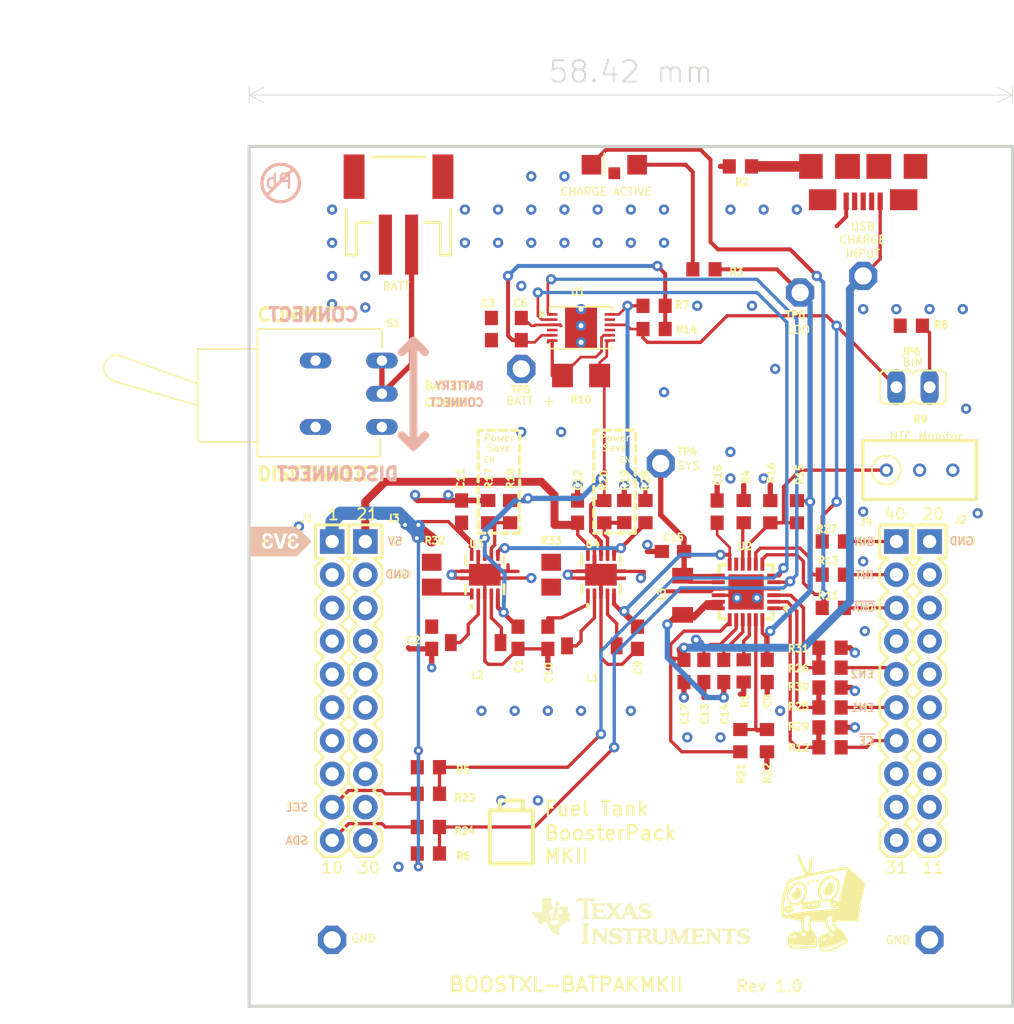
<source format=kicad_pcb>
(kicad_pcb (version 20241229) (generator "pcbnew") (generator_version "9.0")
  (layers (0 "F.Cu" signal) (2 "B.Cu" signal) (13 "F.Paste" user) (15 "B.Paste" user) (5 "F.SilkS" user "F.Silkscreen") (7 "B.SilkS" user "B.Silkscreen") (1 "F.Mask" user) (3 "B.Mask" user) (25 "Edge.Cuts" user))
  (net 0 "")
  (net 1 "GND")
  (net 2 "PACK+")
  (net 3 "SDA")
  (net 4 "SCL")
  (net 5 "VDD")
  (net 6 "N$1")
  (net 7 "N$2")
  (net 8 "+5V_CHARGE")
  (net 9 "~{CHARGE}")
  (net 10 "N$5")
  (net 11 "N$3")
  (net 12 "N$6")
  (net 13 "5V")
  (net 14 "INT")
  (net 15 "N$17")
  (net 16 "N$44")
  (net 17 "~{CHARGE_LP}")
  (net 18 "~{BAT_LOW}")
  (net 19 "N$18")
  (net 20 "N$19")
  (net 21 "BIN")
  (net 22 "GPOUT")
  (net 23 "LDO")
  (net 24 "N$8")
  (net 25 "~{CE}")
  (net 26 "EN2")
  (net 27 "N$9")
  (net 28 "N$10")
  (net 29 "N$11")
  (net 30 "CS_IN/SYS")
  (net 31 "N$16")
  (net 32 "N$21")
  (net 33 "N$7")
  (net 34 "EN1")
  (net 35 "SCL_LP")
  (net 36 "SDA_LP")
  (net 37 "~{CE}_LP")
  (net 38 "INT_LP")
  (net 39 "EN1_LP")
  (net 40 "EN2_LP")
  (net 41 "BIN_LP")
  (net 42 "3V3")
  (net 43 "PACK+_OUT")
  (net 44 "N$4")
  (net 45 "+3V3")
  (net 46 "N$12")
  (footprint "BOOSTXL-BATPAKMKII:TI_RGE24" (layer "F.Cu") (at 157.3149 106.1974 90)
    (property "Reference" "U2")
    (property "Value" "BQ24250RGE")
  )
  (footprint "BOOSTXL-BATPAKMKII:JP1" (layer "F.Cu") (at 170.0911 90.5256 -90)
    (property "Reference" "JP6")
    (property "Value" "")
  )
  (footprint "BOOSTXL-BATPAKMKII:LOGO-ROCKET-10X7MM-BRD" (layer "F.Cu") (at 155.070571 128.294713 7)
    (property "Reference" "DRAW3" (hide yes))
    (property "Value" "" (hide yes))
  )
  (footprint "BOOSTXL-BATPAKMKII:R0805" (layer "F.Cu") (at 133.2611 104.8766 90)
    (property "Reference" "R32")
    (property "Value" "0R")
  )
  (footprint "BOOSTXL-BATPAKMKII:R0603" (layer "F.Cu") (at 149.6187 100.0506 -90)
    (property "Reference" "R28")
    (property "Value" "0")
  )
  (footprint "BOOSTXL-BATPAKMKII:R0603" (layer "F.Cu") (at 159.1734 100.0576 -90)
    (property "Reference" "R16")
    (property "Value" "7.5K")
  )
  (footprint "BOOSTXL-BATPAKMKII:P1-13" (layer "F.Cu") (at 171.3611 132.8166)
    (property "Reference" "TP3" (hide yes))
    (property "Value" "PTR1PAD1-13")
  )
  (footprint "BOOSTXL-BATPAKMKII:RTRIM3296W" (layer "F.Cu") (at 170.5991 96.8756 -90)
    (property "Reference" "R9")
    (property "Value" "")
  )
  (footprint "BOOSTXL-BATPAKMKII:R1206" (layer "F.Cu") (at 144.6911 89.6366 180)
    (property "Reference" "R10")
    (property "Value" "0.01")
  )
  (footprint "BOOSTXL-BATPAKMKII:DRZ12" (layer "F.Cu") (at 144.6911 85.979 -90)
    (property "Reference" "U1")
    (property "Value" "BQ27441DRZ")
  )
  (footprint "BOOSTXL-BATPAKMKII:C0603" (layer "F.Cu") (at 158.9405 112.2426 -90)
    (property "Reference" "C8")
    (property "Value" "1uF")
  )
  (footprint "BOOSTXL-BATPAKMKII:R0603" (layer "F.Cu") (at 158.9151 117.5766 -90)
    (property "Reference" "R22")
    (property "Value" "100k")
  )
  (footprint "BOOSTXL-BATPAKMKII:R0603" (layer "F.Cu") (at 139.2631 100.0526 90)
    (property "Reference" "R18")
    (property "Value" "10K")
  )
  (footprint "BOOSTXL-BATPAKMKII:C0603" (layer "F.Cu") (at 151.7269 103.0986 180)
    (property "Reference" "C15")
    (property "Value" "22uF")
  )
  (footprint "BOOSTXL-BATPAKMKII:L3216C" (layer "F.Cu") (at 152.4635 106.4514 90)
    (property "Reference" "L3")
    (property "Value" "1uH")
  )
  (footprint "BOOSTXL-BATPAKMKII:C0603" (layer "F.Cu") (at 133.2611 109.7026 -90)
    (property "Reference" "C2")
    (property "Value" "10uF")
  )
  (footprint "BOOSTXL-BATPAKMKII:R0603" (layer "F.Cu") (at 137.5827 100.0476 -90)
    (property "Reference" "R17")
    (property "Value" "DNP")
  )
  (footprint "BOOSTXL-BATPAKMKII:R0603" (layer "F.Cu") (at 169.9641 85.8266)
    (property "Reference" "R8")
    (property "Value" "10K")
  )
  (footprint "BOOSTXL-BATPAKMKII:R0603" (layer "F.Cu") (at 150.2791 84.3026)
    (property "Reference" "R7")
    (property "Value" "5.1k")
  )
  (footprint "BOOSTXL-BATPAKMKII:C0603" (layer "F.Cu") (at 152.5651 112.2426 -90)
    (property "Reference" "C17")
    (property "Value" "1uF")
  )
  (footprint "BOOSTXL-BATPAKMKII:C0603" (layer "F.Cu") (at 144.4244 100.0506 90)
    (property "Reference" "C12")
    (property "Value" "0.47uF")
  )
  (footprint "BOOSTXL-BATPAKMKII:VLF4102A" (layer "F.Cu") (at 134.2771 110.7186)
    (property "Reference" "L2")
    (property "Value" "2.2uH" (hide yes))
  )
  (footprint "BOOSTXL-BATPAKMKII:R0603" (layer "F.Cu") (at 146.4711 100.055 90)
    (property "Reference" "R20")
    (property "Value" "10K")
  )
  (footprint "BOOSTXL-BATPAKMKII:C0603" (layer "F.Cu") (at 139.8651 109.7026 -90)
    (property "Reference" "C1")
    (property "Value" "10uF")
  )
  (footprint "BOOSTXL-BATPAKMKII:R0603" (layer "F.Cu") (at 157.1358 112.2369 -90)
    (property "Reference" "R1")
    (property "Value" "270")
  )
  (footprint "BOOSTXL-BATPAKMKII:RIGHTANGLE_1208" (layer "F.Cu") (at 147.2311 73.5076)
    (property "Reference" "LED2" (hide yes))
    (property "Value" "YELLOW" (hide yes))
  )
  (footprint "BOOSTXL-BATPAKMKII:1X10" (layer "F.Cu") (at 125.6411 112.4966)
    (property "Reference" "J1")
    (property "Value" "" (hide yes))
  )
  (footprint "BOOSTXL-BATPAKMKII:MS_(TM)" (layer "F.Cu") (at 123.3551 92.0496)
    (property "Reference" "U$2" (hide yes))
    (property "Value" "MS_(TM)" (hide yes))
  )
  (footprint "BOOSTXL-BATPAKMKII:R0603" (layer "F.Cu") (at 163.9951 104.8766)
    (property "Reference" "R13")
    (property "Value" "0")
  )
  (footprint "BOOSTXL-BATPAKMKII:TS-6_SPDT" (layer "F.Cu") (at 125.6411 91.0336 -90)
    (property "Reference" "S1")
    (property "Value" "TS-6_SPDT")
  )
  (footprint "BOOSTXL-BATPAKMKII:DRC-S-PVSON-N10" (layer "F.Cu") (at 146.2151 104.8766)
    (property "Reference" "U4")
    (property "Value" "TPS63002")
  )
  (footprint "BOOSTXL-BATPAKMKII:R0603" (layer "F.Cu") (at 133.0071 119.6086 180)
    (property "Reference" "R5")
    (property "Value" "5.1k")
  )
  (footprint "BOOSTXL-BATPAKMKII:R0603" (layer "F.Cu") (at 163.7411 115.0366)
    (property "Reference" "R25")
    (property "Value" "0")
  )
  (footprint "BOOSTXL-BATPAKMKII:C0603" (layer "F.Cu") (at 135.5471 100.0506 90)
    (property "Reference" "C11")
    (property "Value" "0.47uF")
  )
  (footprint "LOGO" (layer "F.Cu") (at 162.7 131.1)
    (property "Reference" "G***" (hide yes))
    (property "Value" "LOGO" (hide yes))
  )
  (footprint "BOOSTXL-BATPAKMKII:DRC-S-PVSON-N10" (layer "F.Cu") (at 137.3251 104.8766)
    (property "Reference" "U3")
    (property "Value" "TPS63001")
  )
  (footprint "BOOSTXL-BATPAKMKII:P1-13" (layer "F.Cu") (at 140.1191 89.1286)
    (property "Reference" "TP5")
    (property "Value" "PTR1PAD1-13")
  )
  (footprint "BOOSTXL-BATPAKMKII:R0603" (layer "F.Cu") (at 163.9951 102.3366)
    (property "Reference" "R27")
    (property "Value" "0")
  )
  (footprint "BOOSTXL-BATPAKMKII:R0603" (layer "F.Cu") (at 133.0071 126.2126 180)
    (property "Reference" "R6")
    (property "Value" "5.1k")
  )
  (footprint "BOOSTXL-BATPAKMKII:R0603" (layer "F.Cu") (at 154.0954 81.5109)
    (property "Reference" "R3")
    (property "Value" "1k")
  )
  (footprint "BOOSTXL-BATPAKMKII:P1-13" (layer "F.Cu") (at 125.6411 132.8166)
    (property "Reference" "TP2" (hide yes))
    (property "Value" "PTR1PAD1-13")
  )
  (footprint "BOOSTXL-BATPAKMKII:C0603" (layer "F.Cu") (at 149.0091 109.7026 -90)
    (property "Reference" "C9")
    (property "Value" "10uF")
  )
  (footprint "BOOSTXL-BATPAKMKII:R0603" (layer "F.Cu") (at 156.8831 117.5766 90)
    (property "Reference" "R21")
    (property "Value" "274k")
  )
  (footprint "BOOSTXL-BATPAKMKII:C0603" (layer "F.Cu") (at 137.8331 86.0806 90)
    (property "Reference" "C3")
    (property "Value" "1uF")
  )
  (footprint "BOOSTXL-BATPAKMKII:R0603" (layer "F.Cu") (at 161.2081 100.0563 -90)
    (property "Reference" "R15")
    (property "Value" "5.1K")
  )
  (footprint "BOOSTXL-BATPAKMKII:R0603" (layer "F.Cu") (at 157.1371 100.0506 -90)
    (property "Reference" "R4")
    (property "Value" "500")
  )
  (footprint "BOOSTXL-BATPAKMKII:P1-13" (layer "F.Cu") (at 150.7871 96.3676)
    (property "Reference" "TP4")
    (property "Value" "PTR1PAD1-13")
  )
  (footprint "BOOSTXL-BATPAKMKII:R0603" (layer "F.Cu") (at 163.7411 113.5126 180)
    (property "Reference" "R30")
    (property "Value" "10K")
  )
  (footprint "BOOSTXL-BATPAKMKII:VLF4102A" (layer "F.Cu") (at 143.1671 110.9726)
    (property "Reference" "L1")
    (property "Value" "2.2uH" (hide yes))
  )
  (footprint "BOOSTXL-BATPAKMKII:R0603" (layer "F.Cu") (at 133.0071 124.1806 180)
    (property "Reference" "R24")
    (property "Value" "200")
  )
  (footprint "BOOSTXL-BATPAKMKII:LOGO16_TPLACE" (layer "F.Cu") (at 140.8811 133.3246)
    (property "Reference" "U$4" (hide yes))
    (property "Value" "" (hide yes))
  )
  (footprint "BOOSTXL-BATPAKMKII:R0603" (layer "F.Cu") (at 163.9951 107.4166)
    (property "Reference" "R11")
    (property "Value" "0")
  )
  (footprint "BOOSTXL-BATPAKMKII:P1-13" (layer "F.Cu") (at 161.4551 83.2866)
    (property "Reference" "TP6")
    (property "Value" "PTR1PAD1-13")
  )
  (footprint "BOOSTXL-BATPAKMKII:P1-13" (layer "F.Cu") (at 166.2811 82.0166)
    (property "Reference" "TP1" (hide yes))
    (property "Value" "PTR1PAD1-13")
  )
  (footprint "BOOSTXL-BATPAKMKII:R0603" (layer "F.Cu") (at 147.9949 100.0423 -90)
    (property "Reference" "R19")
    (property "Value" "DNP")
  )
  (footprint "BOOSTXL-BATPAKMKII:C0603" (layer "F.Cu") (at 155.1051 100.0506 90)
    (property "Reference" "C16")
    (property "Value" "1uF")
  )
  (footprint "BOOSTXL-BATPAKMKII:JST-2-SMD" (layer "F.Cu") (at 130.7211 75.9206)
    (property "Reference" "BATT0" (hide yes))
    (property "Value" "")
  )
  (footprint "BOOSTXL-BATPAKMKII:R0805" (layer "F.Cu") (at 142.4051 104.8766 90)
    (property "Reference" "R33")
    (property "Value" "0R")
  )
  (footprint "BOOSTXL-BATPAKMKII:R0603" (layer "F.Cu") (at 163.7411 111.9886)
    (property "Reference" "R26")
    (property "Value" "0")
  )
  (footprint "BOOSTXL-BATPAKMKII:1X10-J3" (layer "F.Cu") (at 128.1811 112.4966)
    (property "Reference" "J3")
    (property "Value" "" (hide yes))
  )
  (footprint "BOOSTXL-BATPAKMKII:C0603" (layer "F.Cu") (at 154.0891 112.2426 -90)
    (property "Reference" "C13")
    (property "Value" "1uF")
  )
  (footprint "BOOSTXL-BATPAKMKII:R0603" (layer "F.Cu") (at 156.8831 73.6346 180)
    (property "Reference" "R2")
    (property "Value" "0")
  )
  (footprint "BOOSTXL-BATPAKMKII:R0603" (layer "F.Cu") (at 163.7411 116.5606 180)
    (property "Reference" "R29")
    (property "Value" "10K")
  )
  (footprint "BOOSTXL-BATPAKMKII:R0603" (layer "F.Cu") (at 163.7411 110.4646 180)
    (property "Reference" "R31")
    (property "Value" "10K")
  )
  (footprint "BOOSTXL-BATPAKMKII:C0603" (layer "F.Cu") (at 140.1191 86.0806 90)
    (property "Reference" "C6")
    (property "Value" "0.47uF")
  )
  (footprint "BOOSTXL-BATPAKMKII:C0603" (layer "F.Cu") (at 142.1511 109.7026 -90)
    (property "Reference" "C10")
    (property "Value" "10uF")
  )
  (footprint "BOOSTXL-BATPAKMKII:C0603" (layer "F.Cu") (at 155.6131 112.2426 -90)
    (property "Reference" "C14")
    (property "Value" "33nF")
  )
  (footprint "BOOSTXL-BATPAKMKII:R0603" (layer "F.Cu") (at 163.7411 118.0846)
    (property "Reference" "R12")
    (property "Value" "0")
  )
  (footprint "BOOSTXL-BATPAKMKII:USB_MICRO_B_SMT" (layer "F.Cu") (at 166.2811 73.6346 180)
    (property "Reference" "USB0" (hide yes))
    (property "Value" "CONN_USB_MICRO_B" (hide yes))
  )
  (footprint "BOOSTXL-BATPAKMKII:R0603" (layer "F.Cu") (at 150.2791 86.0806)
    (property "Reference" "R14")
    (property "Value" "1.8M")
  )
  (footprint "BOOSTXL-BATPAKMKII:SILK_3V3_TAG" (layer "F.Cu") (at 119.2911 103.4796)
    (property "Reference" "U$1" (hide yes))
    (property "Value" "SILK_3V3_TAG" (hide yes))
  )
  (footprint "BOOSTXL-BATPAKMKII:1X10-J3" (layer "F.Cu") (at 168.8211 112.4966)
    (property "Reference" "J4")
    (property "Value" "" (hide yes))
  )
  (footprint "BOOSTXL-BATPAKMKII:R0603" (layer "F.Cu") (at 133.0071 121.6406 180)
    (property "Reference" "R23")
    (property "Value" "200")
  )
  (footprint "BOOSTXL-BATPAKMKII:1X10-J3" (layer "F.Cu") (at 171.3611 112.4966)
    (property "Reference" "J2")
    (property "Value" "" (hide yes))
  )
  (gr_line (start 131.8641 86.9696) (end 132.7531 87.8586) (stroke (width 0.6096)) (layer "F.SilkS"))
  (gr_line (start 136.8171 99.5426) (end 136.8171 99.0346) (stroke (width 0.254)) (layer "F.SilkS"))
  (gr_line (start 140.2461 122.9106) (end 137.7061 122.9106) (stroke (width 0.3048)) (layer "F.SilkS"))
  (gr_line (start 136.8171 96.8756) (end 136.8171 96.3676) (stroke (width 0.254)) (layer "F.SilkS"))
  (gr_line (start 139.9921 99.0346) (end 139.9921 98.5266) (stroke (width 0.254)) (layer "F.SilkS"))
  (gr_line (start 148.844 94.5769) (end 148.844 94.0689) (stroke (width 0.254)) (layer "F.SilkS"))
  (gr_line (start 148.844 100.7999) (end 148.844 100.2919) (stroke (width 0.254)) (layer "F.SilkS"))
  (gr_line (start 145.669 95.9739) (end 145.669 95.4659) (stroke (width 0.254)) (layer "F.SilkS"))
  (gr_line (start 139.4841 101.7016) (end 139.9921 101.7016) (stroke (width 0.254)) (layer "F.SilkS"))
  (gr_line (start 136.8171 95.9866) (end 136.8171 95.4786) (stroke (width 0.254)) (layer "F.SilkS"))
  (gr_line (start 137.1981 93.8276) (end 136.8171 93.8276) (stroke (width 0.254)) (layer "F.SilkS"))
  (gr_line (start 139.9921 101.7016) (end 139.9921 101.1936) (stroke (width 0.254)) (layer "F.SilkS"))
  (gr_line (start 148.844 99.0219) (end 148.844 98.5139) (stroke (width 0.254)) (layer "F.SilkS"))
  (gr_line (start 148.844 97.2439) (end 148.844 96.7359) (stroke (width 0.254)) (layer "F.SilkS"))
  (gr_line (start 139.9921 96.3676) (end 139.9921 95.8596) (stroke (width 0.254)) (layer "F.SilkS"))
  (gr_line (start 147.447 101.6889) (end 147.955 101.6889) (stroke (width 0.254)) (layer "F.SilkS"))
  (gr_line (start 148.717 93.8149) (end 148.209 93.8149) (stroke (width 0.254)) (layer "F.SilkS"))
  (gr_line (start 139.9921 98.1456) (end 139.9921 97.6376) (stroke (width 0.254)) (layer "F.SilkS"))
  (gr_line (start 136.8171 94.2086) (end 136.8171 93.8276) (stroke (width 0.254)) (layer "F.SilkS"))
  (gr_line (start 145.669 97.7519) (end 145.669 97.2439) (stroke (width 0.254)) (layer "F.SilkS"))
  (gr_line (start 131.8641 87.3506) (end 131.8641 94.4626) (stroke (width 0.6096)) (layer "F.SilkS"))
  (gr_line (start 147.828 93.8149) (end 147.32 93.8149) (stroke (width 0.254)) (layer "F.SilkS"))
  (gr_line (start 146.05 93.8149) (end 145.669 93.8149) (stroke (width 0.254)) (layer "F.SilkS"))
  (gr_line (start 148.336 101.6889) (end 148.844 101.6889) (stroke (width 0.254)) (layer "F.SilkS"))
  (gr_line (start 145.669 94.1959) (end 145.669 93.8149) (stroke (width 0.254)) (layer "F.SilkS"))
  (gr_line (start 138.0871 93.8276) (end 137.5791 93.8276) (stroke (width 0.254)) (layer "F.SilkS"))
  (gr_line (start 145.669 101.3079) (end 145.669 100.7999) (stroke (width 0.254)) (layer "F.SilkS"))
  (gr_line (start 139.9921 99.9236) (end 139.9921 99.4156) (stroke (width 0.254)) (layer "F.SilkS"))
  (gr_line (start 136.8171 101.7016) (end 137.3251 101.7016) (stroke (width 0.254)) (layer "F.SilkS"))
  (gr_line (start 146.939 93.8149) (end 146.431 93.8149) (stroke (width 0.254)) (layer "F.SilkS"))
  (gr_line (start 145.669 96.8629) (end 145.669 96.3549) (stroke (width 0.254)) (layer "F.SilkS"))
  (gr_line (start 136.8171 98.6536) (end 136.8171 98.1456) (stroke (width 0.254)) (layer "F.SilkS"))
  (gr_line (start 136.8171 97.7646) (end 136.8171 97.2566) (stroke (width 0.254)) (layer "F.SilkS"))
  (gr_line (start 145.669 98.6409) (end 145.669 98.1329) (stroke (width 0.254)) (layer "F.SilkS"))
  (gr_line (start 139.9921 95.4786) (end 139.9921 94.9706) (stroke (width 0.254)) (layer "F.SilkS"))
  (gr_line (start 136.3091 107.1626) (end 136.3091 107.4166) (stroke (width 0.254)) (layer "F.SilkS"))
  (gr_line (start 139.9921 94.5896) (end 139.9921 94.0816) (stroke (width 0.254)) (layer "F.SilkS"))
  (gr_line (start 136.8171 95.0976) (end 136.8171 94.5896) (stroke (width 0.254)) (layer "F.SilkS"))
  (gr_line (start 138.5951 101.7016) (end 139.1031 101.7016) (stroke (width 0.254)) (layer "F.SilkS"))
  (gr_line (start 132.7531 94.2086) (end 131.8641 95.0976) (stroke (width 0.6096)) (layer "F.SilkS"))
  (gr_line (start 145.1991 107.1626) (end 145.1991 107.4166) (stroke (width 0.254)) (layer "F.SilkS"))
  (gr_line (start 139.9921 100.8126) (end 139.9921 100.3046) (stroke (width 0.254)) (layer "F.SilkS"))
  (gr_line (start 165.6461 106.9086) (end 167.1701 106.9086) (stroke (width 0.1016)) (layer "F.SilkS"))
  (gr_line (start 148.844 96.3549) (end 148.844 95.8469) (stroke (width 0.254)) (layer "F.SilkS"))
  (gr_line (start 146.558 101.6889) (end 147.066 101.6889) (stroke (width 0.254)) (layer "F.SilkS"))
  (gr_line (start 136.8171 100.4316) (end 136.8171 99.9236) (stroke (width 0.254)) (layer "F.SilkS"))
  (gr_line (start 140.2461 122.1486) (end 140.2461 122.9106) (stroke (width 0.3048)) (layer "F.SilkS"))
  (gr_line (start 138.4681 122.9106) (end 138.4681 122.1486) (stroke (width 0.3048)) (layer "F.SilkS"))
  (gr_line (start 139.9921 97.2566) (end 139.9921 96.7486) (stroke (width 0.254)) (layer "F.SilkS"))
  (gr_line (start 131.8641 95.0976) (end 130.9751 94.2086) (stroke (width 0.6096)) (layer "F.SilkS"))
  (gr_line (start 145.669 99.5299) (end 145.669 99.0219) (stroke (width 0.254)) (layer "F.SilkS"))
  (gr_line (start 137.7061 101.7016) (end 138.2141 101.7016) (stroke (width 0.254)) (layer "F.SilkS"))
  (gr_line (start 148.844 98.1329) (end 148.844 97.6249) (stroke (width 0.254)) (layer "F.SilkS"))
  (gr_line (start 145.669 101.6889) (end 146.177 101.6889) (stroke (width 0.254)) (layer "F.SilkS"))
  (gr_line (start 145.669 100.4189) (end 145.669 99.9109) (stroke (width 0.254)) (layer "F.SilkS"))
  (gr_line (start 138.9761 93.8276) (end 138.4681 93.8276) (stroke (width 0.254)) (layer "F.SilkS"))
  (gr_line (start 138.4681 122.1486) (end 140.2461 122.1486) (stroke (width 0.3048)) (layer "F.SilkS"))
  (gr_line (start 136.8171 101.3206) (end 136.8171 100.8126) (stroke (width 0.254)) (layer "F.SilkS"))
  (gr_line (start 139.8651 93.8276) (end 139.3571 93.8276) (stroke (width 0.254)) (layer "F.SilkS"))
  (gr_line (start 166.0271 117.0686) (end 167.1701 117.0686) (stroke (width 0.1016)) (layer "F.SilkS"))
  (gr_line (start 141.0081 122.9106) (end 140.2461 122.9106) (stroke (width 0.3048)) (layer "F.SilkS"))
  (gr_line (start 145.669 95.0849) (end 145.669 94.5769) (stroke (width 0.254)) (layer "F.SilkS"))
  (gr_line (start 137.7061 122.9106) (end 137.7061 126.9746) (stroke (width 0.3048)) (layer "F.SilkS"))
  (gr_line (start 137.7061 126.9746) (end 141.0081 126.9746) (stroke (width 0.3048)) (layer "F.SilkS"))
  (gr_line (start 130.9751 87.8586) (end 131.8641 86.9696) (stroke (width 0.6096)) (layer "F.SilkS"))
  (gr_line (start 148.844 101.6889) (end 148.844 101.1809) (stroke (width 0.254)) (layer "F.SilkS"))
  (gr_line (start 148.844 99.9109) (end 148.844 99.4029) (stroke (width 0.254)) (layer "F.SilkS"))
  (gr_line (start 141.0081 126.9746) (end 141.0081 122.9106) (stroke (width 0.3048)) (layer "F.SilkS"))
  (gr_line (start 148.844 95.4659) (end 148.844 94.9579) (stroke (width 0.254)) (layer "F.SilkS"))
  (gr_line (start 131.8641 86.9696) (end 132.7531 87.8586) (stroke (width 0.6096)) (layer "B.SilkS"))
  (gr_line (start 165.6461 106.9086) (end 167.1701 106.9086) (stroke (width 0.1016)) (layer "B.SilkS"))
  (gr_line (start 130.9751 87.8586) (end 131.8641 86.9696) (stroke (width 0.6096)) (layer "B.SilkS"))
  (gr_line (start 131.8641 87.3506) (end 131.8641 94.4626) (stroke (width 0.6096)) (layer "B.SilkS"))
  (gr_line (start 132.7531 94.2086) (end 131.8641 95.0976) (stroke (width 0.6096)) (layer "B.SilkS"))
  (gr_line (start 166.0271 117.0686) (end 167.1701 117.0686) (stroke (width 0.1016)) (layer "B.SilkS"))
  (gr_line (start 131.8641 95.0976) (end 130.9751 94.2086) (stroke (width 0.6096)) (layer "B.SilkS"))
  (gr_line (start 122.5931 73.8886) (end 120.6881 75.7936) (stroke (width 0.254)) (layer "B.SilkS"))
  (gr_circle (center 121.7041 74.9046) (end 123.14094 74.9046) (stroke (width 0.254)) (fill no) (layer "B.SilkS"))
  (gr_line (start 177.7111 137.8966) (end 119.2911 137.8966) (stroke (width 0.254)) (layer "Edge.Cuts"))
  (gr_line (start 119.2911 137.8966) (end 119.2911 72.1106) (stroke (width 0.254)) (layer "Edge.Cuts"))
  (gr_line (start 119.2911 72.1106) (end 177.7111 72.1106) (stroke (width 0.254)) (layer "Edge.Cuts"))
  (gr_line (start 177.7111 72.1106) (end 177.7111 137.8966) (stroke (width 0.254)) (layer "Edge.Cuts"))
  (gr_line (start 119.2911 137.8966) (end 174.6631 137.8966) (stroke (width 0.05)) (layer "Edge.Cuts"))
  (gr_text "NTC Monitor" (at 168.250686 94.638693 0) (layer "F.SilkS") (effects (font (size 0.611632 0.611632) (thickness 0.099568)) (justify left bottom)))
  (gr_text "GND" (at 167.9321 133.1976 0) (layer "F.SilkS") (effects (font (size 0.611632 0.611632) (thickness 0.099568)) (justify left bottom)))
  (gr_text "5V" (at 129.9083 102.6922 0) (layer "F.SilkS") (effects (font (size 0.611632 0.611632) (thickness 0.099568)) (justify left bottom)))
  (gr_text "SCL" (at 122.0851 123.0376 0) (layer "F.SilkS") (effects (font (size 0.611632 0.611632) (thickness 0.099568)) (justify left bottom)))
  (gr_text "EN" (at 147.5994 96.3422 0) (layer "F.SilkS") (effects (font (size 0.43688 0.43688) (thickness 0.07112)) (justify left bottom)))
  (gr_text "BIN" (at 165.6461 102.7176 0) (layer "F.SilkS") (effects (font (size 0.611632 0.611632) (thickness 0.099568)) (justify left bottom)))
  (gr_text "Save" (at 146.2786 95.4659 0) (layer "F.SilkS") (effects (font (size 0.524256 0.524256) (thickness 0.085344)) (justify left bottom)))
  (gr_text "CHARGE" (at 164.3761 79.6036 0) (layer "F.SilkS") (effects (font (size 0.611632 0.611632) (thickness 0.099568)) (justify left bottom)))
  (gr_text "BATT" (at 138.8872 91.9353 0) (layer "F.SilkS") (effects (font (size 0.611632 0.611632) (thickness 0.099568)) (justify left bottom)))
  (gr_text "BIN" (at 169.2402 89.0016 0) (layer "F.SilkS") (effects (font (size 0.611632 0.611632) (thickness 0.099568)) (justify left bottom)))
  (gr_text "LDO" (at 160.401 86.487 0) (layer "F.SilkS") (effects (font (size 0.611632 0.611632) (thickness 0.099568)) (justify left bottom)))
  (gr_text "CHARGE" (at 164.3761 79.6036 0) (layer "F.SilkS") (effects (font (size 0.611632 0.611632) (thickness 0.099568)) (justify left bottom)))
  (gr_text "40" (at 167.7797 100.7618 0) (layer "F.SilkS") (effects (font (size 0.87376 0.87376) (thickness 0.14224)) (justify left bottom)))
  (gr_text "+" (at 141.5923 92.1004 0) (layer "F.SilkS") (effects (font (size 0.93472 0.93472) (thickness 0.08128)) (justify left bottom)))
  (gr_text "CONNECT" (at 119.7991 85.5726 0) (layer "F.SilkS") (effects (font (size 1.0033 1.0033) (thickness 0.2667)) (justify left bottom)))
  (gr_text "CHARGE ACTIVE" (at 143.0401 75.9206 0) (layer "F.SilkS") (effects (font (size 0.611632 0.611632) (thickness 0.099568)) (justify left bottom)))
  (gr_text "GND" (at 172.9867 102.6668 0) (layer "F.SilkS") (effects (font (size 0.611632 0.611632) (thickness 0.099568)) (justify left bottom)))
  (gr_text "20" (at 170.7007 100.7618 0) (layer "F.SilkS") (effects (font (size 0.87376 0.87376) (thickness 0.14224)) (justify left bottom)))
  (gr_text "11" (at 170.7007 127.8128 0) (layer "F.SilkS") (effects (font (size 0.87376 0.87376) (thickness 0.14224)) (justify left bottom)))
  (gr_text "MKII" (at 141.7701 127.0508 0) (layer "F.SilkS") (effects (font (size 1.0922 1.0922) (thickness 0.1778)) (justify left bottom)))
  (gr_text "10" (at 124.7267 127.8128 0) (layer "F.SilkS") (effects (font (size 0.87376 0.87376) (thickness 0.14224)) (justify left bottom)))
  (gr_text "1" (at 125.2347 100.7618 0) (layer "F.SilkS") (effects (font (size 0.87376 0.87376) (thickness 0.14224)) (justify left bottom)))
  (gr_text "Rev 1.0" (at 156.5021 136.8806 0) (layer "F.SilkS") (effects (font (size 0.87376 0.87376) (thickness 0.14224)) (justify left bottom)))
  (gr_text "SDA" (at 122.0851 125.5776 0) (layer "F.SilkS") (effects (font (size 0.611632 0.611632) (thickness 0.099568)) (justify left bottom)))
  (gr_text "Power" (at 146.05 94.7039 0) (layer "F.SilkS") (effects (font (size 0.524256 0.524256) (thickness 0.085344)) (justify left bottom)))
  (gr_text "CE" (at 166.0271 117.9576 0) (layer "F.SilkS") (effects (font (size 0.611632 0.611632) (thickness 0.099568)) (justify left bottom)))
  (gr_text "31" (at 167.9067 127.8128 0) (layer "F.SilkS") (effects (font (size 0.87376 0.87376) (thickness 0.14224)) (justify left bottom)))
  (gr_text "EN" (at 137.2108 96.3295 0) (layer "F.SilkS") (effects (font (size 0.43688 0.43688) (thickness 0.07112)) (justify left bottom)))
  (gr_text "GND" (at 127.0381 133.0706 0) (layer "F.SilkS") (effects (font (size 0.611632 0.611632) (thickness 0.099568)) (justify left bottom)))
  (gr_text "USB" (at 165.2651 78.5876 0) (layer "F.SilkS") (effects (font (size 0.611632 0.611632) (thickness 0.099568)) (justify left bottom)))
  (gr_text "Fuel Tank" (at 141.7701 123.4186 0) (layer "F.SilkS") (effects (font (size 1.0922 1.0922) (thickness 0.1778)) (justify left bottom)))
  (gr_text "BoosterPack" (at 141.7701 125.2728 0) (layer "F.SilkS") (effects (font (size 1.0922 1.0922) (thickness 0.1778)) (justify left bottom)))
  (gr_text "SYS" (at 152.019 96.901 0) (layer "F.SilkS") (effects (font (size 0.611632 0.611632) (thickness 0.099568)) (justify left bottom)))
  (gr_text "INPUT" (at 164.8714 80.6704 0) (layer "F.SilkS") (effects (font (size 0.611632 0.611632) (thickness 0.099568)) (justify left bottom)))
  (gr_text "CONNECT" (at 132.6261 92.0496 0) (layer "F.SilkS") (effects (font (size 0.60198 0.60198) (thickness 0.16002)) (justify left bottom)))
  (gr_text "GND" (at 129.8067 105.2068 0) (layer "F.SilkS") (effects (font (size 0.611632 0.611632) (thickness 0.099568)) (justify left bottom)))
  (gr_text "BATT" (at 129.4511 83.1596 0) (layer "F.SilkS") (effects (font (size 0.611632 0.611632) (thickness 0.099568)) (justify left bottom)))
  (gr_text "BOOSTXL-BATPAKMKII" (at 134.5311 136.8806 0) (layer "F.SilkS") (effects (font (size 1.0922 1.0922) (thickness 0.1778)) (justify left bottom)))
  (gr_text "EN1" (at 165.3921 115.4176 0) (layer "F.SilkS") (effects (font (size 0.611632 0.611632) (thickness 0.099568)) (justify left bottom)))
  (gr_text "BATTERY" (at 132.6261 90.7796 0) (layer "F.SilkS") (effects (font (size 0.60198 0.60198) (thickness 0.16002)) (justify left bottom)))
  (gr_text "DISCONNECT" (at 119.7991 97.7646 0) (layer "F.SilkS") (effects (font (size 1.0033 1.0033) (thickness 0.2667)) (justify left bottom)))
  (gr_text "21" (at 127.3937 100.7618 0) (layer "F.SilkS") (effects (font (size 0.87376 0.87376) (thickness 0.14224)) (justify left bottom)))
  (gr_text "Save" (at 137.4267 95.4786 0) (layer "F.SilkS") (effects (font (size 0.524256 0.524256) (thickness 0.085344)) (justify left bottom)))
  (gr_text "Power" (at 137.1981 94.7166 0) (layer "F.SilkS") (effects (font (size 0.524256 0.524256) (thickness 0.085344)) (justify left bottom)))
  (gr_text "30" (at 127.5207 127.8128 0) (layer "F.SilkS") (effects (font (size 0.87376 0.87376) (thickness 0.14224)) (justify left bottom)))
  (gr_text "INT" (at 165.6461 105.2576 0) (layer "F.SilkS") (effects (font (size 0.611632 0.611632) (thickness 0.099568)) (justify left bottom)))
  (gr_text "EN2" (at 165.3667 112.8395 0) (layer "F.SilkS") (effects (font (size 0.611632 0.611632) (thickness 0.099568)) (justify left bottom)))
  (gr_text "CHA" (at 165.4937 107.7468 0) (layer "F.SilkS") (effects (font (size 0.611632 0.611632) (thickness 0.099568)) (justify left bottom)))
  (gr_text "SCL" (at 123.8631 123.0376 -0) (layer "B.SilkS") (effects (font (size 0.611632 0.611632) (thickness 0.099568)) (justify left bottom mirror)))
  (gr_text "EN2" (at 167.1574 112.8395 -0) (layer "B.SilkS") (effects (font (size 0.611632 0.611632) (thickness 0.099568)) (justify left bottom mirror)))
  (gr_text "Pb" (at 122.7201 75.4126 -0) (layer "B.SilkS") (effects (font (size 1.0922 1.0922) (thickness 0.1778)) (justify left bottom mirror)))
  (gr_text "GND" (at 131.6355 105.2068 -0) (layer "B.SilkS") (effects (font (size 0.611632 0.611632) (thickness 0.099568)) (justify left bottom mirror)))
  (gr_text "CE" (at 167.1701 117.9576 -0) (layer "B.SilkS") (effects (font (size 0.611632 0.611632) (thickness 0.099568)) (justify left bottom mirror)))
  (gr_text "CONNECT" (at 137.3251 92.0496 -0) (layer "B.SilkS") (effects (font (size 0.60198 0.60198) (thickness 0.16002)) (justify left bottom mirror)))
  (gr_text "INT" (at 167.1701 105.2576 -0) (layer "B.SilkS") (effects (font (size 0.611632 0.611632) (thickness 0.099568)) (justify left bottom mirror)))
  (gr_text "SDA" (at 123.8631 125.5776 -0) (layer "B.SilkS") (effects (font (size 0.611632 0.611632) (thickness 0.099568)) (justify left bottom mirror)))
  (gr_text "BIN" (at 167.1701 102.7176 -0) (layer "B.SilkS") (effects (font (size 0.611632 0.611632) (thickness 0.099568)) (justify left bottom mirror)))
  (gr_text "EN1" (at 167.1701 115.4176 -0) (layer "B.SilkS") (effects (font (size 0.611632 0.611632) (thickness 0.099568)) (justify left bottom mirror)))
  (gr_text "CONNECT" (at 127.8001 85.5726 -0) (layer "B.SilkS") (effects (font (size 1.0033 1.0033) (thickness 0.2667)) (justify left bottom mirror)))
  (gr_text "CHA" (at 167.3225 107.7468 -0) (layer "B.SilkS") (effects (font (size 0.611632 0.611632) (thickness 0.099568)) (justify left bottom mirror)))
  (gr_text "DISCONNECT" (at 130.8481 97.7646 -0) (layer "B.SilkS") (effects (font (size 1.0033 1.0033) (thickness 0.2667)) (justify left bottom mirror)))
  (gr_text "5V" (at 131.0767 102.6922 -0) (layer "B.SilkS") (effects (font (size 0.611632 0.611632) (thickness 0.099568)) (justify left bottom mirror)))
  (gr_text "GND" (at 174.8155 102.6668 -0) (layer "B.SilkS") (effects (font (size 0.611632 0.611632) (thickness 0.099568)) (justify left bottom mirror)))
  (gr_text "BATTERY" (at 137.3251 90.7796 -0) (layer "B.SilkS") (effects (font (size 0.60198 0.60198) (thickness 0.16002)) (justify left bottom mirror)))
  (dimension (type aligned) (layer "Edge.Cuts") (pts (xy 119.2911 67.4116) (xy 177.7111 67.4116)) (height 0.762) (format (prefix "") (suffix "") (units 2) (units_format 1) (precision 2)) (style (thickness 0.05) (arrow_length 1.27) (text_position_mode 0) (arrow_direction outward) (extension_height 0.58642) (extension_offset 0) (keep_text_aligned yes)) (gr_text "58.42 mm" (at 148.5011 66.3956 0) (layer "Edge.Cuts") (effects (font (size 1.63576 1.63576) (thickness 0.14224)))))
  (segment (start 164.9811 76.3096) (end 164.9811 77.4746) (width 0.3048) (layer "F.Cu") (net 1))
  (segment (start 164.5911 110.4646) (end 165.2651 110.4646) (width 0.4064) (layer "F.Cu") (net 1))
  (segment (start 141.1986 85.7631) (end 141.1351 85.8266) (width 0.2032) (layer "F.Cu") (net 1))
  (segment (start 157.0649 105.9474) (end 157.3149 106.1974) (width 0.254) (layer "F.Cu") (net 1))
  (segment (start 158.9151 118.4266) (end 158.9151 119.6086) (width 0.4064) (layer "F.Cu") (net 1))
  (segment (start 146.2151 105.1306) (end 146.2151 106.3516) (width 0.3048) (layer "F.Cu") (net 1))
  (segment (start 157.5649 105.9474) (end 157.3149 106.1974) (width 0.254) (layer "F.Cu") (net 1))
  (segment (start 131.5711 110.5526) (end 131.4831 110.4646) (width 0.4064) (layer "F.Cu") (net 1))
  (segment (start 154.5971 106.1466) (end 150.7871 106.1466) (width 0.3048) (layer "F.Cu") (net 1))
  (segment (start 156.0331 73.6346) (end 155.3591 73.6346) (width 0.4064) (layer "F.Cu") (net 1))
  (segment (start 133.2611 110.5526) (end 131.5711 110.5526) (width 0.4064) (layer "F.Cu") (net 1))
  (segment (start 155.1899 105.9474) (end 154.7963 105.9474) (width 0.3048) (layer "F.Cu") (net 1))
  (segment (start 164.9811 77.4746) (end 164.2491 78.2066) (width 0.3048) (layer "F.Cu") (net 1))
  (segment (start 150.8769 103.0986) (end 149.7711 103.0986) (width 0.4064) (layer "F.Cu") (net 1))
  (segment (start 132.1541 99.1976) (end 131.9911 99.0346) (width 0.4064) (layer "F.Cu") (net 1))
  (segment (start 146.2151 104.8766) (end 146.2151 105.1306) (width 0.3048) (layer "F.Cu") (net 1))
  (segment (start 137.3251 104.6226) (end 137.3251 106.3516) (width 0.254) (layer "F.Cu") (net 1))
  (segment (start 142.4871 85.758) (end 143.0985 85.758) (width 0.2032) (layer "F.Cu") (net 1))
  (segment (start 156.6291 105.9474) (end 157.0649 105.9474) (width 0.254) (layer "F.Cu") (net 1))
  (segment (start 136.8171 103.4016) (end 136.8171 104.6226) (width 0.254) (layer "F.Cu") (net 1))
  (segment (start 143.0528 85.7631) (end 141.1986 85.7631) (width 0.2032) (layer "F.Cu") (net 1))
  (segment (start 141.1351 85.8266) (end 140.8811 85.8266) (width 0.2032) (layer "F.Cu") (net 1))
  (segment (start 143.1163 85.8266) (end 143.0528 85.7631) (width 0.2032) (layer "F.Cu") (net 1))
  (segment (start 159.1734 98.0229) (end 159.1691 98.0186) (width 0.4064) (layer "F.Cu") (net 1))
  (segment (start 137.5791 111.7346) (end 138.6831 111.7346) (width 0.254) (layer "F.Cu") (net 1))
  (segment (start 144.4244 98.0313) (end 144.4371 98.0186) (width 0.4064) (layer "F.Cu") (net 1))
  (segment (start 144.4244 99.2006) (end 144.4244 98.0313) (width 0.4064) (layer "F.Cu") (net 1))
  (segment (start 136.8251 103.4016) (end 136.8171 103.4016) (width 0.254) (layer "F.Cu") (net 1))
  (segment (start 138.6831 111.7346) (end 139.8651 110.5526) (width 0.254) (layer "F.Cu") (net 1))
  (segment (start 145.7151 103.4016) (end 145.7151 104.3766) (width 0.3048) (layer "F.Cu") (net 1))
  (segment (start 147.8271 111.7346) (end 149.0091 110.5526) (width 0.254) (layer "F.Cu") (net 1))
  (segment (start 139.8651 110.5526) (end 142.1511 110.5526) (width 0.254) (layer "F.Cu") (net 1))
  (segment (start 158.9405 113.9952) (end 158.9151 114.0206) (width 0.4064) (layer "F.Cu") (net 1))
  (segment (start 165.3921 113.5126) (end 165.6461 113.7666) (width 0.4064) (layer "F.Cu") (net 1))
  (segment (start 157.1358 113.0869) (end 157.1358 114.0193) (width 0.4064) (layer "F.Cu") (net 1))
  (segment (start 133.2611 110.5526) (end 133.2611 111.9886) (width 0.4064) (layer "F.Cu") (net 1))
  (segment (start 139.1031 104.6226) (end 139.8651 104.6226) (width 0.254) (layer "F.Cu") (net 1))
  (segment (start 143.6751 104.6226) (end 143.6751 105.1306) (width 0.254) (layer "F.Cu") (net 1))
  (segment (start 155.1899 105.9474) (end 156.6291 105.9474) (width 0.254) (layer "F.Cu") (net 1))
  (segment (start 149.5171 105.1306) (end 149.5171 104.6226) (width 0.254) (layer "F.Cu") (net 1))
  (segment (start 134.7851 104.6226) (end 134.7851 105.1306) (width 0.254) (layer "F.Cu") (net 1))
  (segment (start 157.1358 114.0193) (end 156.8831 114.0206) (width 0.4064) (layer "F.Cu") (net 1))
  (segment (start 154.0891 113.0926) (end 154.0891 114.2746) (width 0.4064) (layer "F.Cu") (net 1))
  (segment (start 155.1899 106.4474) (end 156.1291 106.4474) (width 0.254) (layer "F.Cu") (net 1))
  (segment (start 146.7231 111.7346) (end 147.8271 111.7346) (width 0.254) (layer "F.Cu") (net 1))
  (segment (start 156.1291 106.4474) (end 156.6291 105.9474) (width 0.254) (layer "F.Cu") (net 1))
  (segment (start 164.5911 113.5126) (end 165.3921 113.5126) (width 0.4064) (layer "F.Cu") (net 1))
  (segment (start 136.8171 104.6226) (end 134.7851 104.6226) (width 0.254) (layer "F.Cu") (net 1))
  (segment (start 145.7151 104.3766) (end 146.2151 104.8766) (width 0.3048) (layer "F.Cu") (net 1))
  (segment (start 143.6751 105.1306) (end 146.2151 105.1306) (width 0.254) (layer "F.Cu") (net 1))
  (segment (start 135.5471 99.2006) (end 137.5797 99.2006) (width 0.4064) (layer "F.Cu") (net 1))
  (segment (start 146.2151 106.3516) (end 146.2151 111.2266) (width 0.254) (layer "F.Cu") (net 1))
  (segment (start 154.7963 105.9474) (end 154.5971 106.1466) (width 0.3048) (layer "F.Cu") (net 1))
  (segment (start 140.8811 85.8266) (end 140.1191 85.0646) (width 0.2032) (layer "F.Cu") (net 1))
  (segment (start 159.4399 105.9474) (end 157.5649 105.9474) (width 0.254) (layer "F.Cu") (net 1))
  (segment (start 147.9949 99.1923) (end 147.9949 98.0204) (width 0.4064) (layer "F.Cu") (net 1))
  (segment (start 149.5171 104.6226) (end 143.6751 104.6226) (width 0.254) (layer "F.Cu") (net 1))
  (segment (start 137.3251 104.6226) (end 139.1031 104.6226) (width 0.254) (layer "F.Cu") (net 1))
  (segment (start 158.9405 113.0926) (end 158.9405 113.9952) (width 0.4064) (layer "F.Cu") (net 1))
  (segment (start 136.8171 103.4016) (end 136.8171 103.0986) (width 0.254) (layer "F.Cu") (net 1))
  (segment (start 137.3251 111.4806) (end 137.5791 111.7346) (width 0.254) (layer "F.Cu") (net 1))
  (segment (start 136.8251 103.4016) (end 136.8251 104.1226) (width 0.254) (layer "F.Cu") (net 1))
  (segment (start 147.9949 98.0204) (end 147.9931 98.0186) (width 0.4064) (layer "F.Cu") (net 1))
  (segment (start 143.1671 85.8266) (end 143.1163 85.8266) (width 0.2032) (layer "F.Cu") (net 1))
  (segment (start 157.1371 99.2006) (end 157.1371 98.0186) (width 0.4064) (layer "F.Cu") (net 1))
  (segment (start 155.1051 99.2006) (end 155.1051 98.0186) (width 0.4064) (layer "F.Cu") (net 1))
  (segment (start 165.2651 110.4646) (end 165.6461 110.8456) (width 0.4064) (layer "F.Cu") (net 1))
  (segment (start 137.3251 106.3516) (end 137.3251 111.4806) (width 0.254) (layer "F.Cu") (net 1))
  (segment (start 134.7851 105.1306) (end 140.8811 105.1306) (width 0.254) (layer "F.Cu") (net 1))
  (segment (start 136.8251 104.1226) (end 137.3251 104.6226) (width 0.254) (layer "F.Cu") (net 1))
  (segment (start 137.5827 99.1976) (end 132.1541 99.1976) (width 0.4064) (layer "F.Cu") (net 1))
  (segment (start 143.0985 85.758) (end 143.1671 85.8266) (width 0.2032) (layer "F.Cu") (net 1))
  (segment (start 137.5797 99.2006) (end 137.5827 99.1976) (width 0.4064) (layer "F.Cu") (net 1))
  (segment (start 139.1031 104.6226) (end 139.1031 104.1146) (width 0.254) (layer "F.Cu") (net 1))
  (segment (start 164.5911 116.5606) (end 165.6461 116.5606) (width 0.4064) (layer "F.Cu") (net 1))
  (segment (start 159.1734 99.2076) (end 159.1734 98.0229) (width 0.4064) (layer "F.Cu") (net 1))
  (segment (start 142.1511 110.5526) (end 142.1511 111.9886) (width 0.4064) (layer "F.Cu") (net 1))
  (segment (start 146.2151 111.2266) (end 146.7231 111.7346) (width 0.254) (layer "F.Cu") (net 1))
  (segment (start 152.5651 113.0926) (end 152.5651 114.2746) (width 0.4064) (layer "F.Cu") (net 1))
  (via (at 140.8811 105.1306) (size 0.7874) (drill 0.381) (layers "F.Cu" "B.Cu") (net 1))
  (via (at 138.3411 76.9366) (size 0.7874) (drill 0.381) (layers "F.Cu" "B.Cu") (net 1))
  (via (at 135.8011 79.4766) (size 0.7874) (drill 0.381) (layers "F.Cu" "B.Cu") (net 1))
  (via (at 148.5011 76.9366) (size 0.7874) (drill 0.381) (layers "F.Cu" "B.Cu") (net 1))
  (via (at 125.6411 79.4766) (size 0.7874) (drill 0.381) (layers "F.Cu" "B.Cu") (net 1))
  (via (at 151.0411 90.9066) (size 0.7874) (drill 0.381) (layers "F.Cu" "B.Cu") (net 1))
  (via (at 141.3891 122.1486) (size 0.7874) (drill 0.381) (layers "F.Cu" "B.Cu") (net 1))
  (via (at 138.5951 122.1486) (size 0.7874) (drill 0.381) (layers "F.Cu" "B.Cu") (net 1))
  (via (at 143.4211 79.4766) (size 0.7874) (drill 0.381) (layers "F.Cu" "B.Cu") (net 1))
  (via (at 168.8211 84.5566) (size 0.7874) (drill 0.381) (layers "F.Cu" "B.Cu") (net 1))
  (via (at 149.2631 105.1306) (size 0.7874) (drill 0.381) (layers "F.Cu" "B.Cu") (net 1))
  (via (at 166.2811 84.5566) (size 0.7874) (drill 0.381) (layers "F.Cu" "B.Cu") (net 1))
  (via (at 156.6291 106.6546) (size 0.7874) (drill 0.381) (layers "F.Cu" "B.Cu") (net 1))
  (via (at 145.9611 76.9366) (size 0.7874) (drill 0.381) (layers "F.Cu" "B.Cu") (net 1))
  (via (at 165.6461 110.8456) (size 0.7874) (drill 0.381) (layers "F.Cu" "B.Cu") (net 1))
  (via (at 165.6461 116.5606) (size 0.7874) (drill 0.381) (layers "F.Cu" "B.Cu") (net 1))
  (via (at 151.0411 79.4766) (size 0.7874) (drill 0.381) (layers "F.Cu" "B.Cu") (net 1))
  (via (at 123.1011 101.1936) (size 0.7874) (drill 0.381) (layers "F.Cu" "B.Cu") (net 1))
  (via (at 152.5651 114.2746) (size 0.7874) (drill 0.381) (layers "F.Cu" "B.Cu") (net 1))
  (via (at 166.2811 100.0506) (size 0.7874) (drill 0.381) (layers "F.Cu" "B.Cu") (net 1))
  (via (at 128.1811 82.0166) (size 0.7874) (drill 0.381) (layers "F.Cu" "B.Cu") (net 1))
  (via (at 148.5011 115.2906) (size 0.7874) (drill 0.381) (layers "F.Cu" "B.Cu") (net 1))
  (via (at 137.0711 115.2906) (size 0.7874) (drill 0.381) (layers "F.Cu" "B.Cu") (net 1))
  (via (at 153.5811 84.3026) (size 0.7874) (drill 0.381) (layers "F.Cu" "B.Cu") (net 1))
  (via (at 138.3411 79.4766) (size 0.7874) (drill 0.381) (layers "F.Cu" "B.Cu") (net 1))
  (via (at 158.6611 76.9366) (size 0.7874) (drill 0.381) (layers "F.Cu" "B.Cu") (net 1))
  (via (at 143.4211 76.9366) (size 0.7874) (drill 0.381) (layers "F.Cu" "B.Cu") (net 1))
  (via (at 144.6911 84.5566) (size 0.7874) (drill 0.381) (layers "F.Cu" "B.Cu") (net 1))
  (via (at 128.1811 84.4296) (size 0.7874) (drill 0.381) (layers "F.Cu" "B.Cu") (net 1))
  (via (at 143.6751 104.8766) (size 0.7874) (drill 0.381) (layers "F.Cu" "B.Cu") (net 1))
  (via (at 159.9311 115.2906) (size 0.7874) (drill 0.381) (layers "F.Cu" "B.Cu") (net 1))
  (via (at 144.6911 115.2906) (size 0.7874) (drill 0.381) (layers "F.Cu" "B.Cu") (net 1))
  (via (at 134.5311 98.7806) (size 0.7874) (drill 0.381) (layers "F.Cu" "B.Cu") (net 1))
  (via (at 158.1531 106.6546) (size 0.7874) (drill 0.381) (layers "F.Cu" "B.Cu") (net 1))
  (via (at 143.1671 93.9546) (size 0.7874) (drill 0.381) (layers "F.Cu" "B.Cu") (net 1))
  (via (at 125.6411 82.0166) (size 0.7874) (drill 0.381) (layers "F.Cu" "B.Cu") (net 1))
  (via (at 130.7211 127.2286) (size 0.7874) (drill 0.381) (layers "F.Cu" "B.Cu") (net 1))
  (via (at 173.9011 84.5566) (size 0.7874) (drill 0.381) (layers "F.Cu" "B.Cu") (net 1))
  (via (at 161.2011 76.9366) (size 0.7874) (drill 0.381) (layers "F.Cu" "B.Cu") (net 1))
  (via (at 171.3611 84.5566) (size 0.7874) (drill 0.381) (layers "F.Cu" "B.Cu") (net 1))
  (via (at 156.1211 95.4786) (size 0.7874) (drill 0.381) (layers "F.Cu" "B.Cu") (net 1))
  (via (at 144.6911 87.0966) (size 0.7874) (drill 0.381) (layers "F.Cu" "B.Cu") (net 1))
  (via (at 144.4371 98.0186) (size 0.7874) (drill 0.381) (layers "F.Cu" "B.Cu") (net 1))
  (via (at 175.0441 100.1776) (size 0.7874) (drill 0.381) (layers "F.Cu" "B.Cu") (net 1))
  (via (at 125.6411 84.1756) (size 0.7874) (drill 0.381) (layers "F.Cu" "B.Cu") (net 1))
  (via (at 139.6111 115.2906) (size 0.7874) (drill 0.381) (layers "F.Cu" "B.Cu") (net 1))
  (via (at 140.8811 76.9366) (size 0.7874) (drill 0.381) (layers "F.Cu" "B.Cu") (net 1))
  (via (at 131.9911 98.7806) (size 0.7874) (drill 0.381) (layers "F.Cu" "B.Cu") (net 1))
  (via (at 149.7711 102.5906) (size 0.7874) (drill 0.381) (layers "F.Cu" "B.Cu") (net 1))
  (via (at 156.1211 76.9366) (size 0.7874) (drill 0.381) (layers "F.Cu" "B.Cu") (net 1))
  (via (at 148.5011 79.4766) (size 0.7874) (drill 0.381) (layers "F.Cu" "B.Cu") (net 1))
  (via (at 156.1211 97.5106) (size 0.7874) (drill 0.381) (layers "F.Cu" "B.Cu") (net 1))
  (via (at 174.1551 92.1766) (size 0.7874) (drill 0.381) (layers "F.Cu" "B.Cu") (net 1))
  (via (at 140.1191 82.7786) (size 0.7874) (drill 0.381) (layers "F.Cu" "B.Cu") (net 1))
  (via (at 152.8191 117.3226) (size 0.7874) (drill 0.381) (layers "F.Cu" "B.Cu") (net 1))
  (via (at 158.6611 97.5106) (size 0.7874) (drill 0.381) (layers "F.Cu" "B.Cu") (net 1))
  (via (at 151.0411 76.9366) (size 0.7874) (drill 0.381) (layers "F.Cu" "B.Cu") (net 1))
  (via (at 135.8011 76.9366) (size 0.7874) (drill 0.381) (layers "F.Cu" "B.Cu") (net 1))
  (via (at 165.6461 113.7666) (size 0.7874) (drill 0.381) (layers "F.Cu" "B.Cu") (net 1))
  (via (at 166.4081 109.1946) (size 0.7874) (drill 0.381) (layers "F.Cu" "B.Cu") (net 1))
  (via (at 134.7851 104.8766) (size 0.7874) (drill 0.381) (layers "F.Cu" "B.Cu") (net 1))
  (via (at 133.2611 111.9886) (size 0.7112) (drill 0.3048) (layers "F.Cu" "B.Cu") (net 1))
  (via (at 140.8811 74.3966) (size 0.7874) (drill 0.381) (layers "F.Cu" "B.Cu") (net 1))
  (via (at 155.3591 117.3226) (size 0.7874) (drill 0.381) (layers "F.Cu" "B.Cu") (net 1))
  (via (at 142.1511 115.2906) (size 0.7874) (drill 0.381) (layers "F.Cu" "B.Cu") (net 1))
  (via (at 147.9931 98.0186) (size 0.7874) (drill 0.381) (layers "F.Cu" "B.Cu") (net 1))
  (via (at 159.5501 89.1286) (size 0.7874) (drill 0.381) (layers "F.Cu" "B.Cu") (net 1))
  (via (at 143.4211 74.3966) (size 0.7874) (drill 0.381) (layers "F.Cu" "B.Cu") (net 1))
  (via (at 145.9611 79.4766) (size 0.7874) (drill 0.381) (layers "F.Cu" "B.Cu") (net 1))
  (via (at 140.8811 79.4766) (size 0.7874) (drill 0.381) (layers "F.Cu" "B.Cu") (net 1))
  (via (at 157.7721 84.3026) (size 0.7874) (drill 0.381) (layers "F.Cu" "B.Cu") (net 1))
  (via (at 144.6911 85.8266) (size 0.7874) (drill 0.381) (layers "F.Cu" "B.Cu") (net 1))
  (via (at 140.1191 93.9546) (size 0.7874) (drill 0.381) (layers "F.Cu" "B.Cu") (net 1))
  (via (at 125.6411 76.9366) (size 0.7874) (drill 0.381) (layers "F.Cu" "B.Cu") (net 1))
  (via (at 166.2811 103.8606) (size 0.7874) (drill 0.381) (layers "F.Cu" "B.Cu") (net 1))
  (segment (start 145.8214 88.2269) (end 144.6788 88.2269) (width 0.2032) (layer "F.Cu") (net 2))
  (segment (start 146.4235 86.558) (end 146.2532 86.7283) (width 0.2032) (layer "F.Cu") (net 2))
  (segment (start 142.2897 86.958) (end 142.1511 87.0966) (width 0.2032) (layer "F.Cu") (net 2))
  (segment (start 146.8871 86.558) (end 146.4235 86.558) (width 0.2032) (layer "F.Cu") (net 2))
  (segment (start 144.6788 88.2269) (end 143.2691 89.6366) (width 0.2032) (layer "F.Cu") (net 2))
  (segment (start 142.4871 89.6366) (end 142.4871 86.958) (width 0.254) (layer "F.Cu") (net 2))
  (segment (start 146.2532 87.7951) (end 145.8214 88.2269) (width 0.2032) (layer "F.Cu") (net 2))
  (segment (start 142.4871 86.958) (end 142.2897 86.958) (width 0.2032) (layer "F.Cu") (net 2))
  (segment (start 143.2691 89.6366) (end 142.4871 89.6366) (width 0.254) (layer "F.Cu") (net 2))
  (segment (start 146.2532 86.7283) (end 146.2532 87.7951) (width 0.2032) (layer "F.Cu") (net 2))
  (segment (start 142.4871 84.958) (end 142.2985 84.958) (width 0.2032) (layer "F.Cu") (net 3))
  (segment (start 142.2985 84.958) (end 142.1511 84.8106) (width 0.2032) (layer "F.Cu") (net 3))
  (segment (start 147.2311 118.0846) (end 141.1351 124.1806) (width 0.254) (layer "F.Cu") (net 3))
  (segment (start 141.1351 124.1806) (end 133.8571 124.1806) (width 0.254) (layer "F.Cu") (net 3))
  (segment (start 142.1511 84.8106) (end 142.1511 82.5246) (width 0.2032) (layer "F.Cu") (net 3))
  (segment (start 159.4399 105.4474) (end 160.3763 105.4474) (width 0.254) (layer "F.Cu") (net 3))
  (segment (start 160.3763 105.4474) (end 160.6931 105.3846) (width 0.254) (layer "F.Cu") (net 3))
  (segment (start 142.1511 82.5246) (end 142.4051 82.2706) (width 0.2032) (layer "F.Cu") (net 3))
  (segment (start 133.8571 126.2126) (end 133.8571 124.1806) (width 0.254) (layer "F.Cu") (net 3))
  (via (at 160.6931 105.3846) (size 0.7874) (drill 0.381) (layers "F.Cu" "B.Cu") (net 3))
  (via (at 142.4051 82.2706) (size 0.7874) (drill 0.381) (layers "F.Cu" "B.Cu") (net 3))
  (via (at 147.2311 118.0846) (size 0.7874) (drill 0.381) (layers "F.Cu" "B.Cu") (net 3))
  (segment (start 160.1851 105.8926) (end 152.3111 105.8926) (width 0.254) (layer "B.Cu") (net 3))
  (segment (start 161.2011 85.3186) (end 158.1531 82.2706) (width 0.254) (layer "B.Cu") (net 3))
  (segment (start 158.1531 82.2706) (end 142.4051 82.2706) (width 0.254) (layer "B.Cu") (net 3))
  (segment (start 161.2011 104.8766) (end 160.6931 105.3846) (width 0.254) (layer "B.Cu") (net 3))
  (segment (start 161.2011 104.8766) (end 161.2011 85.3186) (width 0.254) (layer "B.Cu") (net 3))
  (segment (start 152.3111 105.8926) (end 147.2311 110.9726) (width 0.254) (layer "B.Cu") (net 3))
  (segment (start 160.6931 105.3846) (end 160.1851 105.8926) (width 0.254) (layer "B.Cu") (net 3))
  (segment (start 147.2311 110.9726) (end 147.2311 118.0846) (width 0.254) (layer "B.Cu") (net 3))
  (segment (start 141.6825 85.358) (end 141.3891 85.0646) (width 0.2032) (layer "F.Cu") (net 4))
  (segment (start 142.4871 85.358) (end 141.6825 85.358) (width 0.2032) (layer "F.Cu") (net 4))
  (segment (start 159.4399 104.9474) (end 159.8603 104.9474) (width 0.254) (layer "F.Cu") (net 4))
  (segment (start 133.8571 119.6086) (end 143.6751 119.6086) (width 0.254) (layer "F.Cu") (net 4))
  (segment (start 133.8571 121.6406) (end 133.8571 119.6086) (width 0.254) (layer "F.Cu") (net 4))
  (segment (start 141.3891 85.0646) (end 141.3891 83.2866) (width 0.2032) (layer "F.Cu") (net 4))
  (segment (start 159.8603 104.9474) (end 160.1851 104.3686) (width 0.254) (layer "F.Cu") (net 4))
  (segment (start 143.6751 119.6086) (end 146.2151 117.0686) (width 0.254) (layer "F.Cu") (net 4))
  (via (at 141.3891 83.2866) (size 0.7874) (drill 0.381) (layers "F.Cu" "B.Cu") (net 4))
  (via (at 146.2151 117.0686) (size 0.7874) (drill 0.381) (layers "F.Cu" "B.Cu") (net 4))
  (via (at 160.1851 104.3686) (size 0.7874) (drill 0.381) (layers "F.Cu" "B.Cu") (net 4))
  (segment (start 146.2151 110.7186) (end 151.8031 105.1306) (width 0.254) (layer "B.Cu") (net 4))
  (segment (start 160.4391 104.1146) (end 160.4391 85.5726) (width 0.254) (layer "B.Cu") (net 4))
  (segment (start 146.2151 117.0686) (end 146.2151 110.7186) (width 0.254) (layer "B.Cu") (net 4))
  (segment (start 160.1851 104.3686) (end 160.4391 104.1146) (width 0.254) (layer "B.Cu") (net 4))
  (segment (start 160.4391 85.5726) (end 158.1531 83.2866) (width 0.254) (layer "B.Cu") (net 4))
  (segment (start 158.1531 83.2866) (end 141.3891 83.2866) (width 0.254) (layer "B.Cu") (net 4))
  (segment (start 151.8031 105.1306) (end 159.4231 105.1306) (width 0.254) (layer "B.Cu") (net 4))
  (segment (start 159.4231 105.1306) (end 160.1851 104.3686) (width 0.254) (layer "B.Cu") (net 4))
  (segment (start 139.1031 86.5886) (end 139.4451 86.9306) (width 0.3048) (layer "F.Cu") (net 5))
  (segment (start 141.6737 86.558) (end 141.1351 87.0966) (width 0.2032) (layer "F.Cu") (net 5))
  (segment (start 151.1291 86.0806) (end 151.1291 84.3026) (width 0.3048) (layer "F.Cu") (net 5))
  (segment (start 141.1351 87.0966) (end 140.2851 87.0966) (width 0.2032) (layer "F.Cu") (net 5))
  (segment (start 140.1191 86.9306) (end 139.4451 86.9306) (width 0.3048) (layer "F.Cu") (net 5))
  (segment (start 151.1291 84.3026) (end 151.1291 81.8506) (width 0.3048) (layer "F.Cu") (net 5))
  (segment (start 151.1291 81.8506) (end 150.5331 81.2546) (width 0.3048) (layer "F.Cu") (net 5))
  (segment (start 140.2851 87.0966) (end 140.1191 86.9306) (width 0.2032) (layer "F.Cu") (net 5))
  (segment (start 142.4871 86.558) (end 141.6737 86.558) (width 0.2032) (layer "F.Cu") (net 5))
  (segment (start 139.1031 82.0166) (end 139.1031 86.5886) (width 0.3048) (layer "F.Cu") (net 5))
  (via (at 150.5331 81.2546) (size 0.7874) (drill 0.381) (layers "F.Cu" "B.Cu") (net 5))
  (via (at 139.1031 82.0166) (size 0.7874) (drill 0.381) (layers "F.Cu" "B.Cu") (net 5))
  (segment (start 139.8651 81.2546) (end 139.1031 82.0166) (width 0.3048) (layer "B.Cu") (net 5))
  (segment (start 150.5331 81.2546) (end 139.8651 81.2546) (width 0.3048) (layer "B.Cu") (net 5))
  (segment (start 137.8251 108.1706) (end 138.5951 108.9406) (width 0.254) (layer "F.Cu") (net 6))
  (segment (start 138.5951 110.0006) (end 138.5271 110.0686) (width 0.254) (layer "F.Cu") (net 6))
  (segment (start 137.8251 106.3516) (end 137.8251 108.1706) (width 0.254) (layer "F.Cu") (net 6))
  (segment (start 138.5951 108.9406) (end 138.5951 110.0006) (width 0.254) (layer "F.Cu") (net 6))
  (segment (start 135.4351 110.0686) (end 136.0551 109.4486) (width 0.254) (layer "F.Cu") (net 7))
  (segment (start 134.7271 110.0686) (end 135.4351 110.0686) (width 0.254) (layer "F.Cu") (net 7))
  (segment (start 136.0551 109.4486) (end 136.0551 108.6866) (width 0.254) (layer "F.Cu") (net 7))
  (segment (start 136.0551 108.6866) (end 136.8251 107.9166) (width 0.254) (layer "F.Cu") (net 7))
  (segment (start 136.8251 106.3516) (end 136.8251 107.9166) (width 0.254) (layer "F.Cu") (net 7))
  (segment (start 151.5491 111.2266) (end 152.5651 111.3926) (width 0.254) (layer "F.Cu") (net 8))
  (segment (start 156.8831 118.4266) (end 152.3991 118.4266) (width 0.254) (layer "F.Cu") (net 8))
  (segment (start 152.3111 110.6306) (end 152.5651 111.3926) (width 0.6096) (layer "F.Cu") (net 8))
  (segment (start 156.0649 108.3224) (end 156.0649 108.4888) (width 0.254) (layer "F.Cu") (net 8))
  (segment (start 151.5491 110.2106) (end 151.5491 111.2266) (width 0.254) (layer "F.Cu") (net 8))
  (segment (start 167.5811 76.3096) (end 167.5811 80.7166) (width 0.254) (layer "F.Cu") (net 8))
  (segment (start 155.3591 109.1946) (end 152.5651 109.1946) (width 0.254) (layer "F.Cu") (net 8))
  (segment (start 152.3991 118.4266) (end 151.5491 117.5766) (width 0.254) (layer "F.Cu") (net 8))
  (segment (start 152.5651 110.4646) (end 152.3111 110.6306) (width 0.6096) (layer "F.Cu") (net 8))
  (segment (start 151.5491 111.4806) (end 151.8031 111.4806) (width 0.254) (layer "F.Cu") (net 8))
  (segment (start 151.8031 111.4806) (end 151.5491 111.2266) (width 0.254) (layer "F.Cu") (net 8))
  (segment (start 167.5811 80.7166) (end 166.2811 82.0166) (width 0.254) (layer "F.Cu") (net 8))
  (segment (start 151.5491 117.5766) (end 151.5491 111.4806) (width 0.254) (layer "F.Cu") (net 8))
  (segment (start 152.5651 109.1946) (end 151.5491 110.2106) (width 0.254) (layer "F.Cu") (net 8))
  (segment (start 156.0649 108.4888) (end 155.3591 109.1946) (width 0.254) (layer "F.Cu") (net 8))
  (via (at 152.5651 110.4646) (size 0.7874) (drill 0.381) (layers "F.Cu" "B.Cu") (net 8))
  (via (at 153.4922 109.855) (size 0.7874) (drill 0.381) (layers "F.Cu" "B.Cu") (net 8))
  (segment (start 153.8351 110.4646) (end 153.8351 110.1979) (width 0.6096) (layer "B.Cu") (net 8))
  (segment (start 166.2811 82.0166) (end 165.2651 83.0326) (width 0.6096) (layer "B.Cu") (net 8))
  (segment (start 153.5811 110.4646) (end 153.5811 109.9439) (width 0.6096) (layer "B.Cu") (net 8))
  (segment (start 153.5811 109.9439) (end 153.4922 109.855) (width 0.6096) (layer "B.Cu") (net 8))
  (segment (start 165.2651 106.9086) (end 161.7091 110.4646) (width 0.6096) (layer "B.Cu") (net 8))
  (segment (start 153.5811 110.4646) (end 152.5651 110.4646) (width 0.6096) (layer "B.Cu") (net 8))
  (segment (start 165.2651 83.0326) (end 165.2651 106.9086) (width 0.6096) (layer "B.Cu") (net 8))
  (segment (start 153.8351 110.1979) (end 153.4922 109.855) (width 0.6096) (layer "B.Cu") (net 8))
  (segment (start 161.7091 110.4646) (end 153.8351 110.4646) (width 0.6096) (layer "B.Cu") (net 8))
  (segment (start 161.7091 105.5116) (end 162.5854 106.3879) (width 0.254) (layer "F.Cu") (net 9))
  (segment (start 163.4871 107.6706) (end 163.2331 106.3879) (width 0.254) (layer "F.Cu") (net 9))
  (segment (start 146.5961 72.3646) (end 153.8351 72.3646) (width 0.3048) (layer "F.Cu") (net 9))
  (segment (start 155.1686 79.9846) (end 160.6931 79.9846) (width 0.3048) (layer "F.Cu") (net 9))
  (segment (start 160.6931 79.9846) (end 162.7251 82.0166) (width 0.3048) (layer "F.Cu") (net 9))
  (segment (start 158.5649 103.7028) (end 158.9151 103.3526) (width 0.254) (layer "F.Cu") (net 9))
  (segment (start 154.5971 73.1266) (end 154.5971 79.4131) (width 0.3048) (layer "F.Cu") (net 9))
  (segment (start 161.2011 103.3526) (end 161.7091 103.8606) (width 0.254) (layer "F.Cu") (net 9))
  (segment (start 161.7091 103.8606) (end 161.7091 105.5116) (width 0.254) (layer "F.Cu") (net 9))
  (segment (start 145.4837 73.5076) (end 145.4531 73.5076) (width 0.3048) (layer "F.Cu") (net 9))
  (segment (start 163.3601 107.5436) (end 163.4871 107.6706) (width 0.3048) (layer "F.Cu") (net 9))
  (segment (start 163.2331 106.3879) (end 163.2331 107.4166) (width 0.3048) (layer "F.Cu") (net 9))
  (segment (start 145.4531 73.5076) (end 146.5961 72.3646) (width 0.3048) (layer "F.Cu") (net 9))
  (segment (start 163.3991 107.5826) (end 163.3601 107.5436) (width 0.254) (layer "F.Cu") (net 9))
  (segment (start 154.5971 79.4131) (end 155.1686 79.9846) (width 0.3048) (layer "F.Cu") (net 9))
  (segment (start 158.9151 103.3526) (end 161.2011 103.3526) (width 0.254) (layer "F.Cu") (net 9))
  (segment (start 162.5854 106.3879) (end 163.2331 106.3879) (width 0.254) (layer "F.Cu") (net 9))
  (segment (start 163.1451 107.4166) (end 163.3991 107.5826) (width 0.254) (layer "F.Cu") (net 9))
  (segment (start 163.2331 107.4166) (end 163.3601 107.5436) (width 0.3048) (layer "F.Cu") (net 9))
  (segment (start 153.8351 72.3646) (end 154.5971 73.1266) (width 0.3048) (layer "F.Cu") (net 9))
  (segment (start 158.5649 104.0724) (end 158.5649 103.7028) (width 0.254) (layer "F.Cu") (net 9))
  (via (at 162.7251 82.0166) (size 0.7874) (drill 0.381) (layers "F.Cu" "B.Cu") (net 9))
  (via (at 163.2331 106.3879) (size 0.7874) (drill 0.381) (layers "F.Cu" "B.Cu") (net 9))
  (segment (start 162.7251 82.0166) (end 163.2331 82.5246) (width 0.3048) (layer "B.Cu") (net 9))
  (segment (start 163.2331 82.5246) (end 163.2331 106.3879) (width 0.3048) (layer "B.Cu") (net 9))
  (segment (start 153.2454 74.0609) (end 152.6921 73.5076) (width 0.3048) (layer "F.Cu") (net 10))
  (segment (start 153.2454 81.5109) (end 153.2454 74.0609) (width 0.3048) (layer "F.Cu") (net 10))
  (segment (start 148.9837 73.5076) (end 152.6921 73.5076) (width 0.3048) (layer "F.Cu") (net 10))
  (segment (start 147.4171 108.6186) (end 146.7231 107.9246) (width 0.254) (layer "F.Cu") (net 11))
  (segment (start 146.7231 106.3596) (end 146.7151 106.3516) (width 0.254) (layer "F.Cu") (net 11))
  (segment (start 146.7231 107.9246) (end 146.7231 106.3596) (width 0.254) (layer "F.Cu") (net 11))
  (segment (start 147.4171 110.3226) (end 147.4171 108.6186) (width 0.254) (layer "F.Cu") (net 11))
  (segment (start 143.6171 110.3226) (end 144.3251 110.3226) (width 0.254) (layer "F.Cu") (net 12))
  (segment (start 145.7151 106.3516) (end 145.7151 108.1706) (width 0.254) (layer "F.Cu") (net 12))
  (segment (start 144.6911 109.9566) (end 144.3251 110.3226) (width 0.254) (layer "F.Cu") (net 12))
  (segment (start 144.6911 109.1946) (end 144.6911 109.9566) (width 0.254) (layer "F.Cu") (net 12))
  (segment (start 145.7151 108.1706) (end 144.6911 109.1946) (width 0.254) (layer "F.Cu") (net 12))
  (segment (start 144.4244 100.9006) (end 144.4244 100.8253) (width 0.254) (layer "F.Cu") (net 13))
  (segment (start 144.4244 100.8253) (end 144.4371 100.8126) (width 0.254) (layer "F.Cu") (net 13))
  (segment (start 128.1811 102.3366) (end 128.1811 99.2886) (width 0.6096) (layer "F.Cu") (net 13))
  (segment (start 145.0971 102.7266) (end 145.2151 102.8446) (width 0.254) (layer "F.Cu") (net 13))
  (segment (start 128.1811 99.2886) (end 129.7051 97.7646) (width 0.6096) (layer "F.Cu") (net 13))
  (segment (start 145.2151 103.4016) (end 145.2151 102.8446) (width 0.254) (layer "F.Cu") (net 13))
  (segment (start 144.0824 101.0666) (end 144.4244 100.9006) (width 0.6096) (layer "F.Cu") (net 13))
  (segment (start 145.2151 102.6066) (end 144.4371 101.8286) (width 0.254) (layer "F.Cu") (net 13))
  (segment (start 145.2151 102.8446) (end 145.2151 102.6066) (width 0.254) (layer "F.Cu") (net 13))
  (segment (start 141.6431 97.7646) (end 142.6591 98.7806) (width 0.6096) (layer "F.Cu") (net 13))
  (segment (start 142.6591 98.7806) (end 142.6591 101.0666) (width 0.6096) (layer "F.Cu") (net 13))
  (segment (start 142.6591 101.0666) (end 144.0824 101.0666) (width 0.6096) (layer "F.Cu") (net 13))
  (segment (start 144.4371 101.8286) (end 144.4371 100.8126) (width 0.254) (layer "F.Cu") (net 13))
  (segment (start 129.7051 97.7646) (end 141.6431 97.7646) (width 0.6096) (layer "F.Cu") (net 13))
  (segment (start 158.4071 102.8446) (end 161.4551 102.8446) (width 0.254) (layer "F.Cu") (net 14))
  (segment (start 162.2171 103.6066) (end 162.2171 104.6226) (width 0.254) (layer "F.Cu") (net 14))
  (segment (start 162.2171 104.6226) (end 162.4711 104.8766) (width 0.254) (layer "F.Cu") (net 14))
  (segment (start 158.0649 103.1868) (end 158.4071 102.8446) (width 0.254) (layer "F.Cu") (net 14))
  (segment (start 163.1451 104.8766) (end 162.4711 104.8766) (width 0.254) (layer "F.Cu") (net 14))
  (segment (start 158.0649 104.0724) (end 158.0649 103.1868) (width 0.254) (layer "F.Cu") (net 14))
  (segment (start 161.4551 102.8446) (end 162.2171 103.6066) (width 0.254) (layer "F.Cu") (net 14))
  (segment (start 157.7331 73.6346) (end 162.2811 73.6346) (width 0.8128) (layer "F.Cu") (net 15))
  (segment (start 145.2151 106.3516) (end 145.2151 107.1466) (width 0.254) (layer "F.Cu") (net 16))
  (segment (start 143.1671 108.1786) (end 142.1511 108.1786) (width 0.254) (layer "F.Cu") (net 16))
  (segment (start 145.2151 107.1466) (end 143.1671 108.1786) (width 0.254) (layer "F.Cu") (net 16))
  (segment (start 142.1511 108.8526) (end 142.1511 108.1786) (width 0.254) (layer "F.Cu") (net 16))
  (segment (start 164.8451 107.4166) (end 168.8211 107.4166) (width 0.254) (layer "F.Cu") (net 17))
  (segment (start 147.2151 103.4016) (end 147.2151 103.1146) (width 0.3048) (layer "F.Cu") (net 18))
  (segment (start 138.3251 103.1146) (end 138.5951 102.8446) (width 0.3048) (layer "F.Cu") (net 18))
  (segment (start 138.5951 102.8446) (end 138.8491 102.8446) (width 0.3048) (layer "F.Cu") (net 18))
  (segment (start 149.6187 100.9006) (end 149.6187 100.965) (width 0.3048) (layer "F.Cu") (net 18))
  (segment (start 147.2151 103.1146) (end 147.7391 102.8446) (width 0.3048) (layer "F.Cu") (net 18))
  (segment (start 149.6187 100.965) (end 147.7391 102.8446) (width 0.3048) (layer "F.Cu") (net 18))
  (segment (start 138.3251 103.4016) (end 138.3251 103.1146) (width 0.3048) (layer "F.Cu") (net 18))
  (via (at 147.7391 102.8446) (size 0.7874) (drill 0.381) (layers "F.Cu" "B.Cu") (net 18))
  (via (at 138.8491 102.8446) (size 0.7874) (drill 0.381) (layers "F.Cu" "B.Cu") (net 18))
  (segment (start 147.7391 102.8446) (end 138.8491 102.8446) (width 0.3048) (layer "B.Cu") (net 18))
  (segment (start 139.6391 100.8976) (end 139.2631 100.9026) (width 0.254) (layer "F.Cu") (net 19))
  (segment (start 137.5827 100.8976) (end 139.6391 100.8976) (width 0.254) (layer "F.Cu") (net 19))
  (segment (start 137.5791 100.9012) (end 137.5827 100.8976) (width 0.254) (layer "F.Cu") (net 19))
  (segment (start 138.0871 101.0666) (end 137.5791 100.9012) (width 0.254) (layer "F.Cu") (net 19))
  (segment (start 138.0791 102.5826) (end 138.0791 101.8206) (width 0.254) (layer "F.Cu") (net 19))
  (segment (start 138.0871 102.5906) (end 138.0791 102.5826) (width 0.254) (layer "F.Cu") (net 19))
  (segment (start 138.0791 101.8206) (end 138.0871 101.0666) (width 0.254) (layer "F.Cu") (net 19))
  (segment (start 137.8331 102.8446) (end 138.0871 102.5906) (width 0.254) (layer "F.Cu") (net 19))
  (segment (start 137.8251 103.4016) (end 137.8331 102.8446) (width 0.254) (layer "F.Cu") (net 19))
  (segment (start 146.7151 103.4016) (end 146.7151 102.0746) (width 0.254) (layer "F.Cu") (net 20))
  (segment (start 146.4691 101.8286) (end 146.4691 100.907) (width 0.254) (layer "F.Cu") (net 20))
  (segment (start 146.4711 100.905) (end 147.9822 100.905) (width 0.3048) (layer "F.Cu") (net 20))
  (segment (start 146.7151 102.0746) (end 146.4691 101.8286) (width 0.254) (layer "F.Cu") (net 20))
  (segment (start 146.4691 100.907) (end 146.4711 100.905) (width 0.254) (layer "F.Cu") (net 20))
  (segment (start 147.9822 100.905) (end 147.9949 100.8923) (width 0.3048) (layer "F.Cu") (net 20))
  (segment (start 163.1451 102.3366) (end 163.1451 100.3926) (width 0.254) (layer "F.Cu") (net 21))
  (segment (start 148.5011 86.0806) (end 148.1785 85.758) (width 0.2032) (layer "F.Cu") (net 21))
  (segment (start 149.4545 86.0806) (end 149.4291 86.0806) (width 0.2032) (layer "F.Cu") (net 21))
  (segment (start 149.7711 87.0966) (end 149.4291 86.7546) (width 0.254) (layer "F.Cu") (net 21))
  (segment (start 163.4871 85.0646) (end 155.8671 85.0646) (width 0.254) (layer "F.Cu") (net 21))
  (segment (start 163.1451 100.3926) (end 164.2491 99.2886) (width 0.254) (layer "F.Cu") (net 21))
  (segment (start 164.2491 85.8266) (end 168.8211 90.5256) (width 0.254) (layer "F.Cu") (net 21))
  (segment (start 149.4291 86.0806) (end 149.4291 86.7546) (width 0.254) (layer "F.Cu") (net 21))
  (segment (start 149.7711 87.0966) (end 153.8351 87.0966) (width 0.254) (layer "F.Cu") (net 21))
  (segment (start 146.8871 85.758) (end 148.1785 85.758) (width 0.2032) (layer "F.Cu") (net 21))
  (segment (start 153.8351 87.0966) (end 155.8671 85.0646) (width 0.254) (layer "F.Cu") (net 21))
  (segment (start 149.4291 86.0806) (end 148.5011 86.0806) (width 0.2032) (layer "F.Cu") (net 21))
  (segment (start 164.2491 85.8266) (end 163.4871 85.0646) (width 0.254) (layer "F.Cu") (net 21))
  (via (at 164.2491 85.8266) (size 0.7874) (drill 0.381) (layers "F.Cu" "B.Cu") (net 21))
  (via (at 164.2491 99.2886) (size 0.7874) (drill 0.381) (layers "F.Cu" "B.Cu") (net 21))
  (segment (start 164.2491 99.2886) (end 164.2491 85.8266) (width 0.254) (layer "B.Cu") (net 21))
  (segment (start 146.8871 84.958) (end 147.5917 84.958) (width 0.2032) (layer "F.Cu") (net 22))
  (segment (start 148.2471 84.3026) (end 149.4291 84.3026) (width 0.254) (layer "F.Cu") (net 22))
  (segment (start 149.6187 99.2006) (end 149.6187 98.1202) (width 0.3048) (layer "F.Cu") (net 22))
  (segment (start 147.5917 84.958) (end 148.2471 84.3026) (width 0.2032) (layer "F.Cu") (net 22))
  (segment (start 149.6187 98.1202) (end 149.5171 98.0186) (width 0.3048) (layer "F.Cu") (net 22))
  (via (at 149.5171 98.0186) (size 0.7874) (drill 0.381) (layers "F.Cu" "B.Cu") (net 22))
  (via (at 148.2471 84.3026) (size 0.7874) (drill 0.381) (layers "F.Cu" "B.Cu") (net 22))
  (segment (start 149.5171 98.0186) (end 148.2471 96.7486) (width 0.3048) (layer "B.Cu") (net 22))
  (segment (start 148.2471 96.7486) (end 148.2471 84.3026) (width 0.3048) (layer "B.Cu") (net 22))
  (segment (start 158.5649 108.3224) (end 158.5649 109.3524) (width 0.254) (layer "F.Cu") (net 23))
  (segment (start 158.9405 111.4552) (end 158.9151 111.4806) (width 0.254) (layer "F.Cu") (net 23))
  (segment (start 158.5649 109.3524) (end 158.9151 109.7026) (width 0.254) (layer "F.Cu") (net 23))
  (segment (start 159.6794 81.5109) (end 161.4551 83.2866) (width 0.3048) (layer "F.Cu") (net 23))
  (segment (start 159.6794 81.5109) (end 154.9454 81.5109) (width 0.3048) (layer "F.Cu") (net 23))
  (segment (start 161.5374 99.2063) (end 162.2171 99.2886) (width 0.254) (layer "F.Cu") (net 23))
  (segment (start 158.9151 109.7026) (end 158.9151 111.3672) (width 0.254) (layer "F.Cu") (net 23))
  (segment (start 158.9405 111.3926) (end 158.9405 111.4552) (width 0.254) (layer "F.Cu") (net 23))
  (segment (start 158.9151 109.4486) (end 158.9151 111.4806) (width 0.4064) (layer "F.Cu") (net 23))
  (segment (start 159.1691 109.1946) (end 158.9151 109.4486) (width 0.4064) (layer "F.Cu") (net 23))
  (segment (start 161.2081 99.2063) (end 161.5374 99.2063) (width 0.254) (layer "F.Cu") (net 23))
  (segment (start 158.9151 111.3672) (end 158.9405 111.3926) (width 0.254) (layer "F.Cu") (net 23))
  (via (at 162.2171 99.2886) (size 0.7874) (drill 0.381) (layers "F.Cu" "B.Cu") (net 23))
  (via (at 159.1691 109.1946) (size 0.7874) (drill 0.381) (layers "F.Cu" "B.Cu") (net 23))
  (segment (start 162.2171 84.0486) (end 162.2171 99.2886) (width 0.4064) (layer "B.Cu") (net 23))
  (segment (start 162.2171 99.2886) (end 162.2171 106.1466) (width 0.4064) (layer "B.Cu") (net 23))
  (segment (start 161.4551 83.2866) (end 162.2171 84.0486) (width 0.4064) (layer "B.Cu") (net 23))
  (segment (start 162.2171 106.1466) (end 159.1691 109.1946) (width 0.4064) (layer "B.Cu") (net 23))
  (segment (start 158.0649 108.3224) (end 158.0649 116.7264) (width 0.254) (layer "F.Cu") (net 24))
  (segment (start 158.9151 116.7266) (end 156.8831 116.7266) (width 0.254) (layer "F.Cu") (net 24))
  (segment (start 158.1531 116.8146) (end 158.8271 116.8146) (width 0.254) (layer "F.Cu") (net 24))
  (segment (start 158.8271 116.8146) (end 158.9151 116.7266) (width 0.254) (layer "F.Cu") (net 24))
  (segment (start 158.0649 116.7264) (end 158.1531 116.8146) (width 0.254) (layer "F.Cu") (net 24))
  (segment (start 159.4399 107.4474) (end 160.2159 107.4474) (width 0.254) (layer "F.Cu") (net 25))
  (segment (start 160.6931 117.5766) (end 161.2011 118.0846) (width 0.254) (layer "F.Cu") (net 25))
  (segment (start 160.2159 107.4474) (end 160.6931 107.9246) (width 0.254) (layer "F.Cu") (net 25))
  (segment (start 161.2011 118.0846) (end 162.8911 118.0846) (width 0.254) (layer "F.Cu") (net 25))
  (segment (start 160.6931 107.9246) (end 160.6931 117.5766) (width 0.254) (layer "F.Cu") (net 25))
  (segment (start 162.8911 116.5606) (end 162.8911 118.0846) (width 0.4064) (layer "F.Cu") (net 25))
  (segment (start 162.8911 111.9886) (end 161.9631 111.9886) (width 0.254) (layer "F.Cu") (net 26))
  (segment (start 161.7091 111.7346) (end 161.7091 107.4166) (width 0.254) (layer "F.Cu") (net 26))
  (segment (start 159.4399 106.4474) (end 160.7399 106.4474) (width 0.254) (layer "F.Cu") (net 26))
  (segment (start 161.9631 111.9886) (end 161.7091 111.7346) (width 0.254) (layer "F.Cu") (net 26))
  (segment (start 162.8911 110.4646) (end 162.8911 111.9886) (width 0.4064) (layer "F.Cu") (net 26))
  (segment (start 161.7091 107.4166) (end 160.7399 106.4474) (width 0.254) (layer "F.Cu") (net 26))
  (segment (start 156.5649 108.3224) (end 156.5649 109.0048) (width 0.254) (layer "F.Cu") (net 27))
  (segment (start 154.0891 111.3926) (end 154.0891 110.7186) (width 0.254) (layer "F.Cu") (net 27))
  (segment (start 154.5971 110.2106) (end 155.3591 110.2106) (width 0.254) (layer "F.Cu") (net 27))
  (segment (start 155.3591 110.2106) (end 156.5649 109.0048) (width 0.254) (layer "F.Cu") (net 27))
  (segment (start 154.0891 110.7186) (end 154.5971 110.2106) (width 0.254) (layer "F.Cu") (net 27))
  (segment (start 155.6131 111.3926) (end 155.6131 110.7186) (width 0.254) (layer "F.Cu") (net 28))
  (segment (start 155.6131 110.7186) (end 157.0649 109.2668) (width 0.254) (layer "F.Cu") (net 28))
  (segment (start 157.0649 108.3224) (end 157.0649 109.2668) (width 0.254) (layer "F.Cu") (net 28))
  (segment (start 154.3043 106.9474) (end 154.0891 107.1626) (width 0.254) (layer "F.Cu") (net 29))
  (segment (start 153.5543 107.9514) (end 154.3431 107.1626) (width 0.4064) (layer "F.Cu") (net 29))
  (segment (start 152.4635 107.9514) (end 153.3003 107.9514) (width 0.254) (layer "F.Cu") (net 29))
  (segment (start 152.5769 108.0648) (end 152.4635 107.9514) (width 0.254) (layer "F.Cu") (net 29))
  (segment (start 155.1899 106.9474) (end 154.3043 106.9474) (width 0.254) (layer "F.Cu") (net 29))
  (segment (start 154.3739 107.4474) (end 154.0891 107.1626) (width 0.254) (layer "F.Cu") (net 29))
  (segment (start 153.3271 108.1786) (end 151.8031 108.1786) (width 0.4064) (layer "F.Cu") (net 29))
  (segment (start 153.5543 107.9514) (end 153.3271 108.1786) (width 0.4064) (layer "F.Cu") (net 29))
  (segment (start 155.1899 107.4474) (end 154.3739 107.4474) (width 0.254) (layer "F.Cu") (net 29))
  (segment (start 153.3003 107.9514) (end 154.0891 107.1626) (width 0.254) (layer "F.Cu") (net 29))
  (segment (start 151.8031 108.1786) (end 151.2951 108.6866) (width 0.4064) (layer "F.Cu") (net 29))
  (segment (start 153.3003 107.9514) (end 153.5543 107.9514) (width 0.4064) (layer "F.Cu") (net 29))
  (segment (start 155.3591 107.1626) (end 154.3431 107.1626) (width 0.4064) (layer "F.Cu") (net 29))
  (segment (start 155.6131 114.2746) (end 155.6131 113.0926) (width 0.4064) (layer "F.Cu") (net 29))
  (via (at 151.2951 108.6866) (size 0.7874) (drill 0.381) (layers "F.Cu" "B.Cu") (net 29))
  (via (at 155.6131 114.2746) (size 0.7874) (drill 0.381) (layers "F.Cu" "B.Cu") (net 29))
  (segment (start 151.2951 111.2266) (end 154.3431 114.2746) (width 0.4064) (layer "B.Cu") (net 29))
  (segment (start 154.3431 114.2746) (end 155.6131 114.2746) (width 0.4064) (layer "B.Cu") (net 29))
  (segment (start 151.2951 108.6866) (end 151.2951 111.2266) (width 0.4064) (layer "B.Cu") (net 29))
  (segment (start 152.5651 103.0986) (end 152.5769 103.0986) (width 0.254) (layer "F.Cu") (net 30))
  (segment (start 152.5769 104.838) (end 152.4635 104.9514) (width 0.254) (layer "F.Cu") (net 30))
  (segment (start 155.1899 105.4474) (end 152.9595 105.4474) (width 0.254) (layer "F.Cu") (net 30))
  (segment (start 152.5769 104.8648) (end 152.5651 104.8766) (width 0.4064) (layer "F.Cu") (net 30))
  (segment (start 150.7871 100.3046) (end 152.5651 102.0826) (width 0.4064) (layer "F.Cu") (net 30))
  (segment (start 152.5651 102.0826) (end 152.5651 103.0986) (width 0.4064) (layer "F.Cu") (net 30))
  (segment (start 150.7871 96.3676) (end 150.7871 100.3046) (width 0.4064) (layer "F.Cu") (net 30))
  (segment (start 152.5769 103.0986) (end 152.5769 104.8648) (width 0.4064) (layer "F.Cu") (net 30))
  (segment (start 152.5769 104.8648) (end 152.5501 104.8648) (width 0.254) (layer "F.Cu") (net 30))
  (segment (start 152.5501 104.8648) (end 152.4635 104.9514) (width 0.254) (layer "F.Cu") (net 30))
  (segment (start 152.4675 104.9474) (end 152.4635 104.9514) (width 0.254) (layer "F.Cu") (net 30))
  (segment (start 155.1899 104.9474) (end 152.4675 104.9474) (width 0.254) (layer "F.Cu") (net 30))
  (segment (start 152.9595 105.4474) (end 152.4635 104.9514) (width 0.254) (layer "F.Cu") (net 30))
  (segment (start 157.0649 100.9728) (end 157.1371 100.9006) (width 0.254) (layer "F.Cu") (net 31))
  (segment (start 157.0649 104.0724) (end 157.0649 100.9728) (width 0.254) (layer "F.Cu") (net 31))
  (segment (start 157.1371 111.3856) (end 157.1358 111.3869) (width 0.254) (layer "F.Cu") (net 32))
  (segment (start 157.1371 109.9566) (end 157.1371 111.3856) (width 0.254) (layer "F.Cu") (net 32))
  (segment (start 157.5649 109.5288) (end 157.1371 109.9566) (width 0.254) (layer "F.Cu") (net 32))
  (segment (start 157.5649 108.3224) (end 157.5649 109.5288) (width 0.254) (layer "F.Cu") (net 32))
  (segment (start 157.5649 104.0724) (end 157.5649 102.5161) (width 0.254) (layer "F.Cu") (net 33))
  (segment (start 160.1851 98.1456) (end 160.1851 100.8126) (width 0.254) (layer "F.Cu") (net 33))
  (segment (start 157.5649 102.5161) (end 159.1734 100.9076) (width 0.254) (layer "F.Cu") (net 33))
  (segment (start 160.0901 100.9076) (end 160.1851 100.8126) (width 0.254) (layer "F.Cu") (net 33))
  (segment (start 159.1734 100.9076) (end 161.2068 100.9076) (width 0.254) (layer "F.Cu") (net 33))
  (segment (start 159.1734 100.9076) (end 160.0901 100.9076) (width 0.254) (layer "F.Cu") (net 33))
  (segment (start 161.2068 100.9076) (end 161.2081 100.9063) (width 0.254) (layer "F.Cu") (net 33))
  (segment (start 161.4551 96.8756) (end 160.1851 98.1456) (width 0.254) (layer "F.Cu") (net 33))
  (segment (start 168.0591 96.8756) (end 161.4551 96.8756) (width 0.254) (layer "F.Cu") (net 33))
  (segment (start 159.4399 106.9474) (end 160.4779 106.9474) (width 0.254) (layer "F.Cu") (net 34))
  (segment (start 161.2011 107.6706) (end 160.4779 106.9474) (width 0.254) (layer "F.Cu") (net 34))
  (segment (start 161.4551 115.0366) (end 161.2011 114.7826) (width 0.254) (layer "F.Cu") (net 34))
  (segment (start 161.2011 114.7826) (end 161.2011 107.6706) (width 0.254) (layer "F.Cu") (net 34))
  (segment (start 162.8911 115.0366) (end 161.4551 115.0366) (width 0.254) (layer "F.Cu") (net 34))
  (segment (start 162.8911 113.5126) (end 162.8911 115.0366) (width 0.4064) (layer "F.Cu") (net 34))
  (segment (start 132.1571 121.6406) (end 129.7051 121.6406) (width 0.254) (layer "F.Cu") (net 35))
  (segment (start 129.7051 121.6406) (end 129.4511 121.3866) (width 0.254) (layer "F.Cu") (net 35))
  (segment (start 129.4511 121.3866) (end 126.9111 121.3866) (width 0.254) (layer "F.Cu") (net 35))
  (segment (start 126.9111 121.3866) (end 125.6411 122.6566) (width 0.254) (layer "F.Cu") (net 35))
  (segment (start 129.4511 123.9266) (end 126.9111 123.9266) (width 0.254) (layer "F.Cu") (net 36))
  (segment (start 129.7051 124.1806) (end 129.4511 123.9266) (width 0.254) (layer "F.Cu") (net 36))
  (segment (start 132.1571 124.1806) (end 129.7051 124.1806) (width 0.254) (layer "F.Cu") (net 36))
  (segment (start 126.9111 123.9266) (end 125.6411 125.1966) (width 0.254) (layer "F.Cu") (net 36))
  (segment (start 168.8211 117.5766) (end 167.0431 117.5766) (width 0.254) (layer "F.Cu") (net 37))
  (segment (start 164.5911 118.0846) (end 166.5351 118.0846) (width 0.254) (layer "F.Cu") (net 37))
  (segment (start 167.0431 117.5766) (end 166.5351 118.0846) (width 0.254) (layer "F.Cu") (net 37))
  (segment (start 164.8451 104.8766) (end 168.8211 104.8766) (width 0.254) (layer "F.Cu") (net 38))
  (segment (start 168.8211 115.0366) (end 164.5911 115.0366) (width 0.254) (layer "F.Cu") (net 39))
  (segment (start 164.5911 111.9886) (end 168.3131 111.9886) (width 0.254) (layer "F.Cu") (net 40))
  (segment (start 168.3131 111.9886) (end 168.8211 112.4966) (width 0.254) (layer "F.Cu") (net 40))
  (segment (start 164.8451 102.3366) (end 168.8211 102.3366) (width 0.254) (layer "F.Cu") (net 41))
  (segment (start 136.3251 106.3516) (end 133.9361 106.3516) (width 0.254) (layer "F.Cu") (net 42))
  (segment (start 146.3875 99.2886) (end 146.4711 99.205) (width 0.2032) (layer "F.Cu") (net 43))
  (segment (start 146.2151 99.5426) (end 146.4691 99.2886) (width 0.2032) (layer "F.Cu") (net 43))
  (segment (start 156.0649 104.0724) (end 156.0649 103.3526) (width 0.2032) (layer "F.Cu") (net 43))
  (segment (start 138.7661 107.7536) (end 138.5121 107.5876) (width 0.3048) (layer "F.Cu") (net 43))
  (segment (start 146.4691 89.9926) (end 146.1131 89.6366) (width 0.2032) (layer "F.Cu") (net 43))
  (segment (start 146.4691 97.0026) (end 146.4691 89.9926) (width 0.2032) (layer "F.Cu") (net 43))
  (segment (start 138.3251 106.3516) (end 138.3251 107.3126) (width 0.254) (layer "F.Cu") (net 43))
  (segment (start 145.4531 99.5426) (end 145.7071 99.2886) (width 0.3048) (layer "F.Cu") (net 43))
  (segment (start 145.4531 101.5746) (end 145.4531 99.5426) (width 0.3048) (layer "F.Cu") (net 43))
  (segment (start 146.1131 88.6464) (end 146.6596 88.1634) (width 0.2032) (layer "F.Cu") (net 43))
  (segment (start 138.5121 107.5876) (end 139.8651 108.9406) (width 0.3048) (layer "F.Cu") (net 43))
  (segment (start 146.4691 97.7646) (end 146.2151 97.5106) (width 0.2032) (layer "F.Cu") (net 43))
  (segment (start 155.1051 101.8286) (end 155.1051 100.9006) (width 0.2032) (layer "F.Cu") (net 43))
  (segment (start 156.0649 103.3526) (end 156.0649 102.7884) (width 0.2032) (layer "F.Cu") (net 43))
  (segment (start 138.3251 107.4006) (end 138.5121 107.5876) (width 0.3048) (layer "F.Cu") (net 43))
  (segment (start 147.2151 107.1466) (end 149.0091 108.9406) (width 0.3048) (layer "F.Cu") (net 43))
  (segment (start 146.4691 99.2886) (end 146.4691 97.7646) (width 0.2032) (layer "F.Cu") (net 43))
  (segment (start 138.3251 106.3516) (end 138.3251 107.4006) (width 0.3048) (layer "F.Cu") (net 43))
  (segment (start 146.2151 102.3366) (end 145.4531 101.5746) (width 0.3048) (layer "F.Cu") (net 43))
  (segment (start 149.0091 108.8526) (end 149.0091 108.6866) (width 0.3048) (layer "F.Cu") (net 43))
  (segment (start 138.3251 107.3126) (end 138.7661 107.7536) (width 0.254) (layer "F.Cu") (net 43))
  (segment (start 156.0649 102.7884) (end 155.1051 101.8286) (width 0.2032) (layer "F.Cu") (net 43))
  (segment (start 140.4591 99.2026) (end 140.6271 99.0346) (width 0.4064) (layer "F.Cu") (net 43))
  (segment (start 147.2151 106.3516) (end 147.2151 107.1466) (width 0.3048) (layer "F.Cu") (net 43))
  (segment (start 145.4531 99.5426) (end 146.2151 99.5426) (width 0.2032) (layer "F.Cu") (net 43))
  (segment (start 146.2151 103.4016) (end 146.2151 102.3366) (width 0.3048) (layer "F.Cu") (net 43))
  (segment (start 138.7661 107.7536) (end 139.8651 108.8526) (width 0.254) (layer "F.Cu") (net 43))
  (segment (start 147.2151 107.0586) (end 149.0091 108.8526) (width 0.254) (layer "F.Cu") (net 43))
  (segment (start 147.2151 106.3516) (end 147.2151 107.0586) (width 0.254) (layer "F.Cu") (net 43))
  (segment (start 149.0091 108.6866) (end 147.9931 107.6706) (width 0.3048) (layer "F.Cu") (net 43))
  (segment (start 139.2631 99.2026) (end 140.4591 99.2026) (width 0.4064) (layer "F.Cu") (net 43))
  (segment (start 145.7071 99.2886) (end 146.2151 99.2886) (width 0.3048) (layer "F.Cu") (net 43))
  (segment (start 155.3591 103.3526) (end 156.0649 103.3526) (width 0.3048) (layer "F.Cu") (net 43))
  (segment (start 146.2151 97.5106) (end 146.4691 97.0026) (width 0.4064) (layer "F.Cu") (net 43))
  (segment (start 145.7071 99.2886) (end 146.3875 99.2886) (width 0.2032) (layer "F.Cu") (net 43))
  (segment (start 146.1131 89.6366) (end 146.1131 88.6464) (width 0.2032) (layer "F.Cu") (net 43))
  (segment (start 137.3251 103.4016) (end 137.3251 102.0826) (width 0.3048) (layer "F.Cu") (net 43))
  (segment (start 146.6596 88.1634) (end 146.6596 87.0712) (width 0.2032) (layer "F.Cu") (net 43))
  (segment (start 146.6596 87.0712) (end 146.8871 86.958) (width 0.2032) (layer "F.Cu") (net 43))
  (via (at 147.9931 107.6706) (size 0.7874) (drill 0.381) (layers "F.Cu" "B.Cu") (net 43))
  (via (at 140.6271 99.0346) (size 0.7874) (drill 0.381) (layers "F.Cu" "B.Cu") (net 43))
  (via (at 146.2151 97.5106) (size 0.7874) (drill 0.381) (layers "F.Cu" "B.Cu") (net 43))
  (via (at 155.3591 103.3526) (size 0.7874) (drill 0.381) (layers "F.Cu" "B.Cu") (net 43))
  (via (at 137.3251 102.0826) (size 0.7874) (drill 0.381) (layers "F.Cu" "B.Cu") (net 43))
  (via (at 138.7661 107.7536) (size 0.7874) (drill 0.381) (layers "F.Cu" "B.Cu") (net 43))
  (segment (start 152.3111 103.3526) (end 155.3591 103.3526) (width 0.3048) (layer "B.Cu") (net 43))
  (segment (start 139.6441 99.2026) (end 140.4591 99.2026) (width 0.4064) (layer "B.Cu") (net 43))
  (segment (start 138.8491 104.7886) (end 138.7661 107.7536) (width 0.3048) (layer "B.Cu") (net 43))
  (segment (start 137.3251 103.3526) (end 138.8491 104.7886) (width 0.3048) (layer "B.Cu") (net 43))
  (segment (start 140.4591 99.2026) (end 140.6271 99.0346) (width 0.4064) (layer "B.Cu") (net 43))
  (segment (start 137.3251 102.0826) (end 137.3251 103.3526) (width 0.3048) (layer "B.Cu") (net 43))
  (segment (start 137.3251 102.0826) (end 137.3251 101.5216) (width 0.4064) (layer "B.Cu") (net 43))
  (segment (start 147.9931 107.6706) (end 152.3111 103.3526) (width 0.3048) (layer "B.Cu") (net 43))
  (segment (start 137.3251 101.5216) (end 139.6441 99.2026) (width 0.4064) (layer "B.Cu") (net 43))
  (segment (start 144.6911 99.0346) (end 146.2151 97.5106) (width 0.4064) (layer "B.Cu") (net 43))
  (segment (start 140.6271 99.0346) (end 144.6911 99.0346) (width 0.4064) (layer "B.Cu") (net 43))
  (segment (start 171.3611 90.5256) (end 171.3611 86.3736) (width 0.254) (layer "F.Cu") (net 44))
  (segment (start 171.3611 86.3736) (end 170.8141 85.8266) (width 0.254) (layer "F.Cu") (net 44))
  (segment (start 134.5311 100.8126) (end 132.4991 100.8126) (width 0.254) (layer "F.Cu") (net 45))
  (segment (start 132.1571 127.1406) (end 132.2451 127.2286) (width 0.254) (layer "F.Cu") (net 45))
  (segment (start 136.3251 102.3526) (end 135.5471 101.5746) (width 0.254) (layer "F.Cu") (net 45))
  (segment (start 131.2291 101.0666) (end 132.2451 101.0666) (width 0.2032) (layer "F.Cu") (net 45))
  (segment (start 136.2071 102.7246) (end 136.3251 102.6066) (width 0.2032) (layer "F.Cu") (net 45))
  (segment (start 132.2451 101.3206) (end 132.2451 101.0666) (width 0.4064) (layer "F.Cu") (net 45))
  (segment (start 136.3251 102.6066) (end 134.5311 100.8126) (width 0.254) (layer "F.Cu") (net 45))
  (segment (start 136.3251 102.6066) (end 136.3251 102.3526) (width 0.254) (layer "F.Cu") (net 45))
  (segment (start 132.2451 119.5206) (end 132.1571 119.6086) (width 0.254) (layer "F.Cu") (net 45))
  (segment (start 136.3251 103.4016) (end 136.3251 102.8446) (width 0.254) (layer "F.Cu") (net 45))
  (segment (start 132.2451 118.3386) (end 132.2451 119.5206) (width 0.254) (layer "F.Cu") (net 45))
  (segment (start 136.2071 102.7266) (end 136.3251 102.8446) (width 0.254) (layer "F.Cu") (net 45))
  (segment (start 132.4991 100.8126) (end 132.2451 101.0666) (width 0.254) (layer "F.Cu") (net 45))
  (segment (start 135.5471 101.5746) (end 135.5471 100.9006) (width 0.254) (layer "F.Cu") (net 45))
  (segment (start 136.3251 102.8446) (end 136.3251 102.6066) (width 0.254) (layer "F.Cu") (net 45))
  (segment (start 136.2071 102.7266) (end 136.2071 102.7246) (width 0.2032) (layer "F.Cu") (net 45))
  (segment (start 133.2611 102.2096) (end 132.1181 101.3206) (width 1.016) (layer "F.Cu") (net 45))
  (segment (start 132.1181 101.3206) (end 132.2451 101.3206) (width 0.4064) (layer "F.Cu") (net 45))
  (segment (start 132.1571 126.2126) (end 132.1571 127.1406) (width 0.254) (layer "F.Cu") (net 45))
  (via (at 132.2451 118.3386) (size 0.7112) (drill 0.3048) (layers "F.Cu" "B.Cu") (net 45))
  (via (at 131.2291 101.0666) (size 0.7112) (drill 0.3048) (layers "F.Cu" "B.Cu") (net 45))
  (via (at 132.2451 101.0666) (size 0.7112) (drill 0.3048) (layers "F.Cu" "B.Cu") (net 45))
  (via (at 132.2451 127.2286) (size 0.7112) (drill 0.3048) (layers "F.Cu" "B.Cu") (net 45))
  (via (at 132.1181 102.0826) (size 0.7112) (drill 0.3048) (layers "F.Cu" "B.Cu") (net 45))
  (segment (start 125.6411 102.3366) (end 125.6411 100.8126) (width 1.016) (layer "B.Cu") (net 45))
  (segment (start 132.2451 101.0666) (end 132.2451 101.9556) (width 0.254) (layer "B.Cu") (net 45))
  (segment (start 132.1181 101.5746) (end 132.2451 101.9556) (width 1.016) (layer "B.Cu") (net 45))
  (segment (start 132.1181 101.3206) (end 132.2451 101.1936) (width 1.016) (layer "B.Cu") (net 45))
  (segment (start 132.1181 101.5746) (end 132.1181 101.3206) (width 1.016) (layer "B.Cu") (net 45))
  (segment (start 132.1181 101.9556) (end 132.1181 102.0826) (width 0.4064) (layer "B.Cu") (net 45))
  (segment (start 132.2451 101.9556) (end 132.2451 118.3386) (width 0.254) (layer "B.Cu") (net 45))
  (segment (start 130.7211 100.1776) (end 132.1181 101.5746) (width 1.016) (layer "B.Cu") (net 45))
  (segment (start 126.2761 100.1776) (end 130.7211 100.1776) (width 1.016) (layer "B.Cu") (net 45))
  (segment (start 132.1181 101.9556) (end 132.2451 101.9556) (width 0.4064) (layer "B.Cu") (net 45))
  (segment (start 132.2451 127.2286) (end 132.2451 118.3386) (width 0.254) (layer "B.Cu") (net 45))
  (segment (start 125.6411 100.8126) (end 126.2761 100.1776) (width 1.016) (layer "B.Cu") (net 45))
  (segment (start 131.7211 79.6206) (end 131.7211 88.7636) (width 0.4064) (layer "F.Cu") (net 46))
  (segment (start 129.4511 88.4936) (end 129.4511 91.0336) (width 0.4064) (layer "F.Cu") (net 46))
  (segment (start 131.7211 88.7636) (end 129.4511 91.0336) (width 0.4064) (layer "F.Cu") (net 46))
)
</source>
